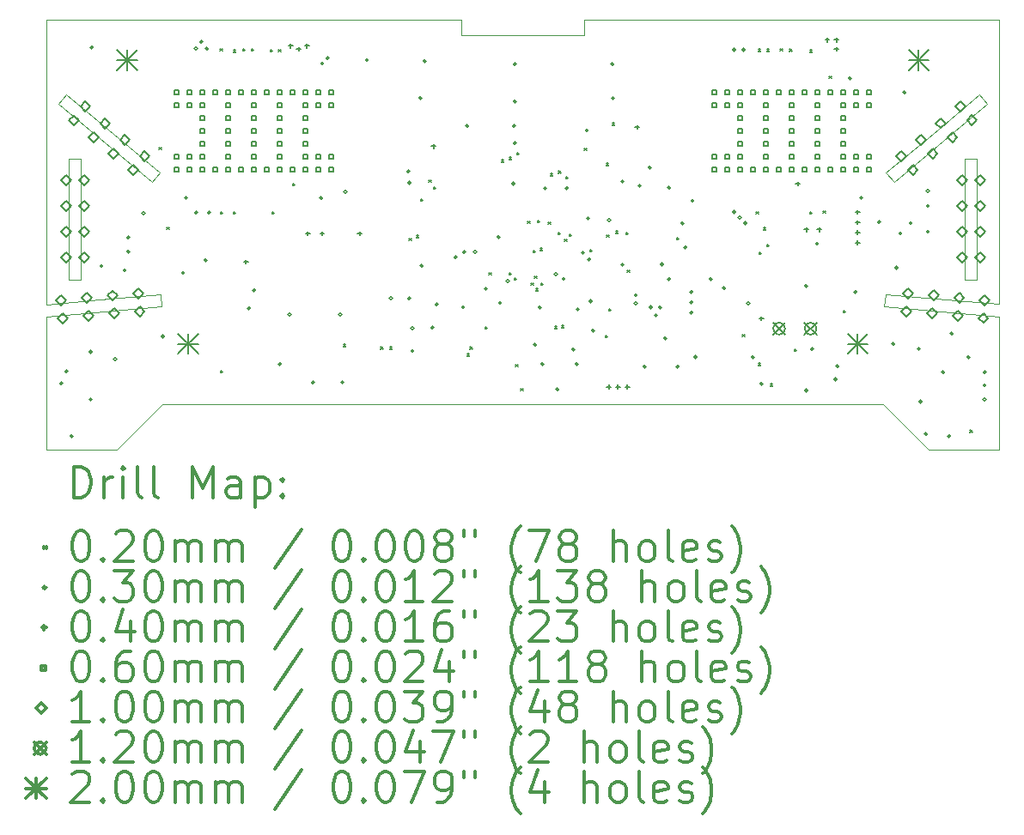
<source format=gbr>
%FSLAX45Y45*%
G04 Gerber Fmt 4.5, Leading zero omitted, Abs format (unit mm)*
G04 Created by KiCad (PCBNEW 4.0.7-e2-6376~58~ubuntu16.04.1) date Sun Apr 22 15:37:17 2018*
%MOMM*%
%LPD*%
G01*
G04 APERTURE LIST*
%ADD10C,0.127000*%
%ADD11C,0.100000*%
%ADD12C,0.200000*%
%ADD13C,0.300000*%
G04 APERTURE END LIST*
D10*
D11*
X9055000Y2280000D02*
X9055000Y2880000D01*
X9055000Y1680000D02*
X9055000Y2280000D01*
X9175000Y1680000D02*
X9055000Y1680000D01*
X9175000Y2880000D02*
X9175000Y1680000D01*
X9055000Y2880000D02*
X9175000Y2880000D01*
X661567Y3121960D02*
X1121190Y2736290D01*
X201941Y3507640D02*
X661567Y3121960D01*
X124806Y3415710D02*
X201941Y3507640D01*
X1044060Y2644360D02*
X124806Y3415710D01*
X1121190Y2736290D02*
X1044060Y2644360D01*
X345000Y2880000D02*
X345000Y2280000D01*
X225000Y2880000D02*
X345000Y2880000D01*
X225000Y1680000D02*
X225000Y2880000D01*
X345000Y1680000D02*
X225000Y1680000D01*
X345000Y2280000D02*
X345000Y1680000D01*
X8702680Y6459D02*
X9393540Y6459D01*
X8252680Y456459D02*
X8702680Y6459D01*
X1147320Y456459D02*
X8252680Y456459D01*
X697324Y6459D02*
X1147320Y456459D01*
X6459Y6459D02*
X697324Y6459D01*
X6459Y1319525D02*
X6459Y6459D01*
X1137950Y1418520D02*
X6459Y1319525D01*
X1127490Y1538070D02*
X1137950Y1418520D01*
X529771Y1485770D02*
X1127490Y1538070D01*
X6459Y1439989D02*
X529771Y1485770D01*
X6459Y4243540D02*
X6459Y1439989D01*
X4093540Y4243540D02*
X6459Y4243540D01*
X4093540Y4093540D02*
X4093540Y4243540D01*
X5306460Y4093540D02*
X4093540Y4093540D01*
X5306460Y4243540D02*
X5306460Y4093540D01*
X9393540Y4243540D02*
X5306460Y4243540D01*
X9393540Y1440990D02*
X9393540Y4243540D01*
X8870230Y1486770D02*
X9393540Y1440990D01*
X8272510Y1539070D02*
X8870230Y1486770D01*
X8262050Y1419520D02*
X8272510Y1539070D01*
X9393540Y1320525D02*
X8262050Y1419520D01*
X9393540Y6459D02*
X9393540Y1320525D01*
X9198060Y3508640D02*
X9275190Y3416710D01*
X8738430Y3122960D02*
X9198060Y3508640D01*
X8278810Y2737290D02*
X8738430Y3122960D01*
X8355940Y2645360D02*
X8278810Y2737290D01*
X9275190Y3416710D02*
X8355940Y2645360D01*
D12*
X1115000Y2985000D02*
X1135000Y2965000D01*
X1135000Y2985000D02*
X1115000Y2965000D01*
X1190000Y2200000D02*
X1210000Y2180000D01*
X1210000Y2200000D02*
X1190000Y2180000D01*
X1715000Y3960001D02*
X1735000Y3940001D01*
X1735000Y3960001D02*
X1715000Y3940001D01*
X1720000Y2350000D02*
X1740000Y2330000D01*
X1740000Y2350000D02*
X1720000Y2330000D01*
X1720000Y785000D02*
X1740000Y765000D01*
X1740000Y785000D02*
X1720000Y765000D01*
X1850000Y3950000D02*
X1870000Y3930000D01*
X1870000Y3950000D02*
X1850000Y3930000D01*
X1850000Y2350000D02*
X1870000Y2330000D01*
X1870000Y2350000D02*
X1850000Y2330000D01*
X1940000Y3960000D02*
X1960000Y3940000D01*
X1960000Y3960000D02*
X1940000Y3940000D01*
X2022762Y3959983D02*
X2042762Y3939983D01*
X2042762Y3959983D02*
X2022762Y3939983D01*
X2210000Y3952283D02*
X2230000Y3932283D01*
X2230000Y3952283D02*
X2210000Y3932283D01*
X2230000Y2350000D02*
X2250000Y2330000D01*
X2250000Y2350000D02*
X2230000Y2330000D01*
X2292698Y3950685D02*
X2312698Y3930685D01*
X2312698Y3950685D02*
X2292698Y3930685D01*
X2430001Y2630000D02*
X2450001Y2610000D01*
X2450001Y2630000D02*
X2430001Y2610000D01*
X2930000Y1045000D02*
X2950000Y1025000D01*
X2950000Y1045000D02*
X2930000Y1025000D01*
X3300000Y1020000D02*
X3320000Y1000000D01*
X3320000Y1020000D02*
X3300000Y1000000D01*
X3390000Y1020000D02*
X3410000Y1000000D01*
X3410000Y1020000D02*
X3390000Y1000000D01*
X3580000Y2090000D02*
X3600000Y2070000D01*
X3600000Y2090000D02*
X3580000Y2070000D01*
X3650000Y2120000D02*
X3670000Y2100000D01*
X3670000Y2120000D02*
X3650000Y2100000D01*
X3691030Y2476860D02*
X3711030Y2456860D01*
X3711030Y2476860D02*
X3691030Y2456860D01*
X3773990Y2665700D02*
X3793990Y2645700D01*
X3793990Y2665700D02*
X3773990Y2645700D01*
X3817530Y2597200D02*
X3837530Y2577200D01*
X3837530Y2597200D02*
X3817530Y2577200D01*
X4150000Y950000D02*
X4170000Y930000D01*
X4170000Y950000D02*
X4150000Y930000D01*
X4180000Y1020000D02*
X4200000Y1000000D01*
X4200000Y1020000D02*
X4180000Y1000000D01*
X4330000Y1220000D02*
X4350000Y1200000D01*
X4350000Y1220000D02*
X4330000Y1200000D01*
X4367060Y1754050D02*
X4387060Y1734050D01*
X4387060Y1754050D02*
X4367060Y1734050D01*
X4490720Y2863500D02*
X4510720Y2843500D01*
X4510720Y2863500D02*
X4490720Y2843500D01*
X4563760Y2889201D02*
X4583760Y2869201D01*
X4583760Y2889201D02*
X4563760Y2869201D01*
X4565000Y1753780D02*
X4585000Y1733780D01*
X4585000Y1753780D02*
X4565000Y1733780D01*
X4615000Y1699580D02*
X4635000Y1679580D01*
X4635000Y1699580D02*
X4615000Y1679580D01*
X4630000Y845000D02*
X4650000Y825000D01*
X4650000Y845000D02*
X4630000Y825000D01*
X4642658Y2938402D02*
X4662658Y2918402D01*
X4662658Y2938402D02*
X4642658Y2918402D01*
X4680000Y610000D02*
X4700000Y590000D01*
X4700000Y610000D02*
X4680000Y590000D01*
X4748100Y2261600D02*
X4768100Y2241600D01*
X4768100Y2261600D02*
X4748100Y2241600D01*
X4780000Y1650000D02*
X4800000Y1630000D01*
X4800000Y1650000D02*
X4780000Y1630000D01*
X4803627Y1970372D02*
X4823627Y1950372D01*
X4823627Y1970372D02*
X4803627Y1950372D01*
X4815000Y1720000D02*
X4835000Y1700000D01*
X4835000Y1720000D02*
X4815000Y1700000D01*
X4830000Y1595000D02*
X4850000Y1575000D01*
X4850000Y1595000D02*
X4830000Y1575000D01*
X4847170Y2266160D02*
X4867170Y2246160D01*
X4867170Y2266160D02*
X4847170Y2246160D01*
X4872643Y1993226D02*
X4892643Y1973226D01*
X4892643Y1993226D02*
X4872643Y1973226D01*
X4880000Y1650000D02*
X4900000Y1630000D01*
X4900000Y1650000D02*
X4880000Y1630000D01*
X4949570Y2251230D02*
X4969570Y2231230D01*
X4969570Y2251230D02*
X4949570Y2231230D01*
X4969920Y2729397D02*
X4989920Y2709397D01*
X4989920Y2729397D02*
X4969920Y2709397D01*
X5011480Y1221080D02*
X5031480Y1201080D01*
X5031480Y1221080D02*
X5011480Y1201080D01*
X5050001Y2150000D02*
X5070001Y2130000D01*
X5070001Y2150000D02*
X5050001Y2130000D01*
X5052910Y2755098D02*
X5072910Y2735098D01*
X5072910Y2755098D02*
X5052910Y2735098D01*
X5084172Y1231415D02*
X5104172Y1211415D01*
X5104172Y1231415D02*
X5084172Y1211415D01*
X5110000Y2080000D02*
X5130000Y2060000D01*
X5130000Y2080000D02*
X5110000Y2060000D01*
X5124050Y2698510D02*
X5144050Y2678510D01*
X5144050Y2698510D02*
X5124050Y2678510D01*
X5157845Y2134738D02*
X5177845Y2114738D01*
X5177845Y2134738D02*
X5157845Y2114738D01*
X5305000Y2977500D02*
X5325000Y2957500D01*
X5325000Y2977500D02*
X5305000Y2957500D01*
X5360000Y1977500D02*
X5380000Y1957500D01*
X5380000Y1977500D02*
X5360000Y1957500D01*
X5515000Y1135000D02*
X5535000Y1115000D01*
X5535000Y1135000D02*
X5515000Y1115000D01*
X5520000Y2830000D02*
X5540000Y2810000D01*
X5540000Y2830000D02*
X5520000Y2810000D01*
X5527230Y2123630D02*
X5547230Y2103630D01*
X5547230Y2123630D02*
X5527230Y2103630D01*
X5545000Y1395000D02*
X5565000Y1375000D01*
X5565000Y1395000D02*
X5545000Y1375000D01*
X5580000Y3230000D02*
X5600000Y3210000D01*
X5600000Y3230000D02*
X5580000Y3210000D01*
X5617499Y2162315D02*
X5637499Y2142315D01*
X5637499Y2162315D02*
X5617499Y2142315D01*
X5715901Y2151170D02*
X5735901Y2131170D01*
X5735901Y2151170D02*
X5715901Y2131170D01*
X5728570Y1778486D02*
X5748570Y1758486D01*
X5748570Y1778486D02*
X5728570Y1758486D01*
X6216970Y2100520D02*
X6236970Y2080520D01*
X6236970Y2100520D02*
X6216970Y2080520D01*
X6865000Y1142704D02*
X6885000Y1122704D01*
X6885000Y1142704D02*
X6865000Y1122704D01*
X7000000Y2355000D02*
X7020000Y2335000D01*
X7020000Y2355000D02*
X7000000Y2335000D01*
X7020000Y3957499D02*
X7040000Y3937499D01*
X7040000Y3957499D02*
X7020000Y3937499D01*
X7021430Y858000D02*
X7041430Y838000D01*
X7041430Y858000D02*
X7021430Y838000D01*
X7028174Y1953073D02*
X7048174Y1933073D01*
X7048174Y1953073D02*
X7028174Y1933073D01*
X7070000Y2195000D02*
X7090000Y2175000D01*
X7090000Y2195000D02*
X7070000Y2175000D01*
X7105137Y2030036D02*
X7125137Y2010036D01*
X7125137Y2030036D02*
X7105137Y2010036D01*
X7105710Y3958290D02*
X7125710Y3938290D01*
X7125710Y3958290D02*
X7105710Y3938290D01*
X7140830Y656260D02*
X7160830Y636260D01*
X7160830Y656260D02*
X7140830Y636260D01*
X7237299Y3960000D02*
X7257299Y3940000D01*
X7257299Y3960000D02*
X7237299Y3940000D01*
X7328814Y3957925D02*
X7348814Y3937925D01*
X7348814Y3957925D02*
X7328814Y3937925D01*
X7374760Y996340D02*
X7394760Y976340D01*
X7394760Y996340D02*
X7374760Y976340D01*
X7530000Y3950000D02*
X7550000Y3930000D01*
X7550000Y3950000D02*
X7530000Y3930000D01*
X7530000Y2355000D02*
X7550000Y2335000D01*
X7550000Y2355000D02*
X7530000Y2335000D01*
X7660000Y2360000D02*
X7680000Y2340000D01*
X7680000Y2360000D02*
X7660000Y2340000D01*
X7718860Y3690910D02*
X7738860Y3670910D01*
X7738860Y3690910D02*
X7718860Y3670910D01*
X7860000Y1380000D02*
X7880000Y1360000D01*
X7880000Y1380000D02*
X7860000Y1360000D01*
X9107550Y198100D02*
X9127550Y178100D01*
X9127550Y198100D02*
X9107550Y178100D01*
X165000Y660000D02*
G75*
G03X165000Y660000I-15000J0D01*
G01*
X215000Y780000D02*
G75*
G03X215000Y780000I-15000J0D01*
G01*
X265000Y140000D02*
G75*
G03X265000Y140000I-15000J0D01*
G01*
X455000Y970000D02*
G75*
G03X455000Y970000I-15000J0D01*
G01*
X455000Y500000D02*
G75*
G03X455000Y500000I-15000J0D01*
G01*
X465000Y3975000D02*
G75*
G03X465000Y3975000I-15000J0D01*
G01*
X559454Y1817701D02*
G75*
G03X559454Y1817701I-15000J0D01*
G01*
X695000Y900000D02*
G75*
G03X695000Y900000I-15000J0D01*
G01*
X790000Y1775001D02*
G75*
G03X790000Y1775001I-15000J0D01*
G01*
X825000Y1960000D02*
G75*
G03X825000Y1960000I-15000J0D01*
G01*
X825001Y2100000D02*
G75*
G03X825001Y2100000I-15000J0D01*
G01*
X975000Y2340000D02*
G75*
G03X975000Y2340000I-15000J0D01*
G01*
X1165000Y1125000D02*
G75*
G03X1165000Y1125000I-15000J0D01*
G01*
X1365000Y1750000D02*
G75*
G03X1365000Y1750000I-15000J0D01*
G01*
X1395000Y2490000D02*
G75*
G03X1395000Y2490000I-15000J0D01*
G01*
X1492024Y3962976D02*
G75*
G03X1492024Y3962976I-15000J0D01*
G01*
X1495000Y2345000D02*
G75*
G03X1495000Y2345000I-15000J0D01*
G01*
X1545000Y4030000D02*
G75*
G03X1545000Y4030000I-15000J0D01*
G01*
X1585000Y1875000D02*
G75*
G03X1585000Y1875000I-15000J0D01*
G01*
X1598021Y3962570D02*
G75*
G03X1598021Y3962570I-15000J0D01*
G01*
X1620000Y2345000D02*
G75*
G03X1620000Y2345000I-15000J0D01*
G01*
X2015000Y1400000D02*
G75*
G03X2015000Y1400000I-15000J0D01*
G01*
X2065000Y1580000D02*
G75*
G03X2065000Y1580000I-15000J0D01*
G01*
X2320000Y850000D02*
G75*
G03X2320000Y850000I-15000J0D01*
G01*
X2415000Y1340000D02*
G75*
G03X2415000Y1340000I-15000J0D01*
G01*
X2645000Y670000D02*
G75*
G03X2645000Y670000I-15000J0D01*
G01*
X2725000Y2490000D02*
G75*
G03X2725000Y2490000I-15000J0D01*
G01*
X2735000Y3815000D02*
G75*
G03X2735000Y3815000I-15000J0D01*
G01*
X2790000Y3870000D02*
G75*
G03X2790000Y3870000I-15000J0D01*
G01*
X2915000Y1340000D02*
G75*
G03X2915000Y1340000I-15000J0D01*
G01*
X2935000Y670000D02*
G75*
G03X2935000Y670000I-15000J0D01*
G01*
X2965000Y2550000D02*
G75*
G03X2965000Y2550000I-15000J0D01*
G01*
X3175000Y3850000D02*
G75*
G03X3175000Y3850000I-15000J0D01*
G01*
X3415000Y1500000D02*
G75*
G03X3415000Y1500000I-15000J0D01*
G01*
X3585000Y2750000D02*
G75*
G03X3585000Y2750000I-15000J0D01*
G01*
X3595000Y2640000D02*
G75*
G03X3595000Y2640000I-15000J0D01*
G01*
X3595000Y1498000D02*
G75*
G03X3595000Y1498000I-15000J0D01*
G01*
X3625000Y1205000D02*
G75*
G03X3625000Y1205000I-15000J0D01*
G01*
X3625000Y980000D02*
G75*
G03X3625000Y980000I-15000J0D01*
G01*
X3705000Y3474798D02*
G75*
G03X3705000Y3474798I-15000J0D01*
G01*
X3715000Y1820000D02*
G75*
G03X3715000Y1820000I-15000J0D01*
G01*
X3745000Y3840000D02*
G75*
G03X3745000Y3840000I-15000J0D01*
G01*
X3820000Y1210000D02*
G75*
G03X3820000Y1210000I-15000J0D01*
G01*
X3865000Y1440000D02*
G75*
G03X3865000Y1440000I-15000J0D01*
G01*
X4050955Y1905816D02*
G75*
G03X4050955Y1905816I-15000J0D01*
G01*
X4125001Y1410000D02*
G75*
G03X4125001Y1410000I-15000J0D01*
G01*
X4135000Y1956829D02*
G75*
G03X4135000Y1956829I-15000J0D01*
G01*
X4165000Y3200000D02*
G75*
G03X4165000Y3200000I-15000J0D01*
G01*
X4244540Y1956829D02*
G75*
G03X4244540Y1956829I-15000J0D01*
G01*
X4347911Y1592911D02*
G75*
G03X4347911Y1592911I-15000J0D01*
G01*
X4473739Y2103292D02*
G75*
G03X4473739Y2103292I-15000J0D01*
G01*
X4487911Y1452911D02*
G75*
G03X4487911Y1452911I-15000J0D01*
G01*
X4564626Y1670015D02*
G75*
G03X4564626Y1670015I-15000J0D01*
G01*
X4620000Y2630000D02*
G75*
G03X4620000Y2630000I-15000J0D01*
G01*
X4625000Y3200000D02*
G75*
G03X4625000Y3200000I-15000J0D01*
G01*
X4635000Y3810000D02*
G75*
G03X4635000Y3810000I-15000J0D01*
G01*
X4635000Y3440000D02*
G75*
G03X4635000Y3440000I-15000J0D01*
G01*
X4635000Y3030000D02*
G75*
G03X4635000Y3030000I-15000J0D01*
G01*
X4835000Y1040000D02*
G75*
G03X4835000Y1040000I-15000J0D01*
G01*
X4880000Y1410000D02*
G75*
G03X4880000Y1410000I-15000J0D01*
G01*
X4905000Y850000D02*
G75*
G03X4905000Y850000I-15000J0D01*
G01*
X4932500Y2585000D02*
G75*
G03X4932500Y2585000I-15000J0D01*
G01*
X5041062Y1737419D02*
G75*
G03X5041062Y1737419I-15000J0D01*
G01*
X5055000Y600000D02*
G75*
G03X5055000Y600000I-15000J0D01*
G01*
X5115000Y1690000D02*
G75*
G03X5115000Y1690000I-15000J0D01*
G01*
X5147500Y2587500D02*
G75*
G03X5147500Y2587500I-15000J0D01*
G01*
X5210000Y995000D02*
G75*
G03X5210000Y995000I-15000J0D01*
G01*
X5245000Y850000D02*
G75*
G03X5245000Y850000I-15000J0D01*
G01*
X5255000Y1390000D02*
G75*
G03X5255000Y1390000I-15000J0D01*
G01*
X5305001Y1950000D02*
G75*
G03X5305001Y1950000I-15000J0D01*
G01*
X5345000Y3155090D02*
G75*
G03X5345000Y3155090I-15000J0D01*
G01*
X5355000Y2287500D02*
G75*
G03X5355000Y2287500I-15000J0D01*
G01*
X5366607Y1883326D02*
G75*
G03X5366607Y1883326I-15000J0D01*
G01*
X5382000Y1470000D02*
G75*
G03X5382000Y1470000I-15000J0D01*
G01*
X5405000Y1180000D02*
G75*
G03X5405000Y1180000I-15000J0D01*
G01*
X5563575Y2269840D02*
G75*
G03X5563575Y2269840I-15000J0D01*
G01*
X5595000Y3810000D02*
G75*
G03X5595000Y3810000I-15000J0D01*
G01*
X5601623Y3473377D02*
G75*
G03X5601623Y3473377I-15000J0D01*
G01*
X5695000Y2650040D02*
G75*
G03X5695000Y2650040I-15000J0D01*
G01*
X5695000Y1830002D02*
G75*
G03X5695000Y1830002I-15000J0D01*
G01*
X5825000Y1529998D02*
G75*
G03X5825000Y1529998I-15000J0D01*
G01*
X5825000Y1450000D02*
G75*
G03X5825000Y1450000I-15000J0D01*
G01*
X5865000Y2610000D02*
G75*
G03X5865000Y2610000I-15000J0D01*
G01*
X5915000Y825000D02*
G75*
G03X5915000Y825000I-15000J0D01*
G01*
X5965000Y2790150D02*
G75*
G03X5965000Y2790150I-15000J0D01*
G01*
X5975000Y1410000D02*
G75*
G03X5975000Y1410000I-15000J0D01*
G01*
X6025000Y1330000D02*
G75*
G03X6025000Y1330000I-15000J0D01*
G01*
X6065000Y1410000D02*
G75*
G03X6065000Y1410000I-15000J0D01*
G01*
X6083568Y1834501D02*
G75*
G03X6083568Y1834501I-15000J0D01*
G01*
X6115000Y1104397D02*
G75*
G03X6115000Y1104397I-15000J0D01*
G01*
X6155000Y2589999D02*
G75*
G03X6155000Y2589999I-15000J0D01*
G01*
X6155000Y1690000D02*
G75*
G03X6155000Y1690000I-15000J0D01*
G01*
X6240000Y825000D02*
G75*
G03X6240000Y825000I-15000J0D01*
G01*
X6284998Y2240000D02*
G75*
G03X6284998Y2240000I-15000J0D01*
G01*
X6315000Y2000000D02*
G75*
G03X6315000Y2000000I-15000J0D01*
G01*
X6375000Y1560000D02*
G75*
G03X6375000Y1560000I-15000J0D01*
G01*
X6375000Y1460000D02*
G75*
G03X6375000Y1460000I-15000J0D01*
G01*
X6375000Y1360000D02*
G75*
G03X6375000Y1360000I-15000J0D01*
G01*
X6385000Y2460000D02*
G75*
G03X6385000Y2460000I-15000J0D01*
G01*
X6415000Y920000D02*
G75*
G03X6415000Y920000I-15000J0D01*
G01*
X6565000Y1690000D02*
G75*
G03X6565000Y1690000I-15000J0D01*
G01*
X6695000Y1600000D02*
G75*
G03X6695000Y1600000I-15000J0D01*
G01*
X6795000Y2350000D02*
G75*
G03X6795000Y2350000I-15000J0D01*
G01*
X6795000Y3950000D02*
G75*
G03X6795000Y3950000I-15000J0D01*
G01*
X6850000Y2295000D02*
G75*
G03X6850000Y2295000I-15000J0D01*
G01*
X6890000Y3950000D02*
G75*
G03X6890000Y3950000I-15000J0D01*
G01*
X6904999Y2240000D02*
G75*
G03X6904999Y2240000I-15000J0D01*
G01*
X6935000Y1450000D02*
G75*
G03X6935000Y1450000I-15000J0D01*
G01*
X6980030Y918054D02*
G75*
G03X6980030Y918054I-15000J0D01*
G01*
X7064984Y656040D02*
G75*
G03X7064984Y656040I-15000J0D01*
G01*
X7505000Y1620000D02*
G75*
G03X7505000Y1620000I-15000J0D01*
G01*
X7505000Y590000D02*
G75*
G03X7505000Y590000I-15000J0D01*
G01*
X7565000Y1000000D02*
G75*
G03X7565000Y1000000I-15000J0D01*
G01*
X7613905Y2037304D02*
G75*
G03X7613905Y2037304I-15000J0D01*
G01*
X7795000Y700000D02*
G75*
G03X7795000Y700000I-15000J0D01*
G01*
X7815000Y828450D02*
G75*
G03X7815000Y828450I-15000J0D01*
G01*
X7935000Y3670000D02*
G75*
G03X7935000Y3670000I-15000J0D01*
G01*
X7990500Y1561463D02*
G75*
G03X7990500Y1561463I-15000J0D01*
G01*
X8050000Y2490000D02*
G75*
G03X8050000Y2490000I-15000J0D01*
G01*
X8225000Y2250000D02*
G75*
G03X8225000Y2250000I-15000J0D01*
G01*
X8365000Y1050000D02*
G75*
G03X8365000Y1050000I-15000J0D01*
G01*
X8395000Y1800000D02*
G75*
G03X8395000Y1800000I-15000J0D01*
G01*
X8435000Y2140000D02*
G75*
G03X8435000Y2140000I-15000J0D01*
G01*
X8475000Y3530000D02*
G75*
G03X8475000Y3530000I-15000J0D01*
G01*
X8535000Y2240000D02*
G75*
G03X8535000Y2240000I-15000J0D01*
G01*
X8615000Y1000000D02*
G75*
G03X8615000Y1000000I-15000J0D01*
G01*
X8635000Y480000D02*
G75*
G03X8635000Y480000I-15000J0D01*
G01*
X8685000Y160000D02*
G75*
G03X8685000Y160000I-15000J0D01*
G01*
X8705000Y2560000D02*
G75*
G03X8705000Y2560000I-15000J0D01*
G01*
X8705000Y2410000D02*
G75*
G03X8705000Y2410000I-15000J0D01*
G01*
X8705000Y2155000D02*
G75*
G03X8705000Y2155000I-15000J0D01*
G01*
X8855000Y770000D02*
G75*
G03X8855000Y770000I-15000J0D01*
G01*
X8915000Y140000D02*
G75*
G03X8915000Y140000I-15000J0D01*
G01*
X8940000Y1150000D02*
G75*
G03X8940000Y1150000I-15000J0D01*
G01*
X9105000Y920000D02*
G75*
G03X9105000Y920000I-15000J0D01*
G01*
X9265000Y770000D02*
G75*
G03X9265000Y770000I-15000J0D01*
G01*
X9265000Y640000D02*
G75*
G03X9265000Y640000I-15000J0D01*
G01*
X9265000Y500000D02*
G75*
G03X9265000Y500000I-15000J0D01*
G01*
X1970000Y1880000D02*
X1970000Y1840000D01*
X1950000Y1860000D02*
X1990000Y1860000D01*
X2410000Y4010000D02*
X2410000Y3970000D01*
X2390000Y3990000D02*
X2430000Y3990000D01*
X2490000Y3980000D02*
X2490000Y3940000D01*
X2470000Y3960000D02*
X2510000Y3960000D01*
X2569998Y4010000D02*
X2569998Y3970000D01*
X2549998Y3990000D02*
X2589998Y3990000D01*
X2580000Y2160000D02*
X2580000Y2120000D01*
X2560000Y2140000D02*
X2600000Y2140000D01*
X2719999Y2160000D02*
X2719999Y2120000D01*
X2699999Y2140000D02*
X2739999Y2140000D01*
X3092180Y2160000D02*
X3092180Y2120000D01*
X3072180Y2140000D02*
X3112180Y2140000D01*
X3820000Y3020000D02*
X3820000Y2980000D01*
X3800000Y3000000D02*
X3840000Y3000000D01*
X5545000Y645000D02*
X5545000Y605000D01*
X5525000Y625000D02*
X5565000Y625000D01*
X5637500Y645000D02*
X5637500Y605000D01*
X5617500Y625000D02*
X5657500Y625000D01*
X5730000Y645000D02*
X5730000Y605000D01*
X5710000Y625000D02*
X5750000Y625000D01*
X5825000Y3210000D02*
X5825000Y3170000D01*
X5805000Y3190000D02*
X5845000Y3190000D01*
X7050000Y1320000D02*
X7050000Y1280000D01*
X7030000Y1300000D02*
X7070000Y1300000D01*
X7410000Y2650000D02*
X7410000Y2610000D01*
X7390000Y2630000D02*
X7430000Y2630000D01*
X7493431Y2200000D02*
X7493431Y2160000D01*
X7473431Y2180000D02*
X7513431Y2180000D01*
X7620000Y2200000D02*
X7620000Y2160000D01*
X7600000Y2180000D02*
X7640000Y2180000D01*
X7700000Y4070000D02*
X7700000Y4030000D01*
X7680000Y4050000D02*
X7720000Y4050000D01*
X7790000Y3980000D02*
X7790000Y3940000D01*
X7770000Y3960000D02*
X7810000Y3960000D01*
X7790000Y4070000D02*
X7790000Y4030000D01*
X7770000Y4050000D02*
X7810000Y4050000D01*
X8000000Y2370000D02*
X8000000Y2330000D01*
X7980000Y2350000D02*
X8020000Y2350000D01*
X8000000Y2270000D02*
X8000000Y2230000D01*
X7980000Y2250000D02*
X8020000Y2250000D01*
X8000000Y2170000D02*
X8000000Y2130000D01*
X7980000Y2150000D02*
X8020000Y2150000D01*
X8000000Y2070000D02*
X8000000Y2030000D01*
X7980000Y2050000D02*
X8020000Y2050000D01*
X1309213Y3509787D02*
X1309213Y3552213D01*
X1266787Y3552213D01*
X1266787Y3509787D01*
X1309213Y3509787D01*
X1309213Y3382787D02*
X1309213Y3425213D01*
X1266787Y3425213D01*
X1266787Y3382787D01*
X1309213Y3382787D01*
X1309213Y2874787D02*
X1309213Y2917213D01*
X1266787Y2917213D01*
X1266787Y2874787D01*
X1309213Y2874787D01*
X1309213Y2747787D02*
X1309213Y2790213D01*
X1266787Y2790213D01*
X1266787Y2747787D01*
X1309213Y2747787D01*
X1436213Y3509787D02*
X1436213Y3552213D01*
X1393787Y3552213D01*
X1393787Y3509787D01*
X1436213Y3509787D01*
X1436213Y3382787D02*
X1436213Y3425213D01*
X1393787Y3425213D01*
X1393787Y3382787D01*
X1436213Y3382787D01*
X1436213Y2874787D02*
X1436213Y2917213D01*
X1393787Y2917213D01*
X1393787Y2874787D01*
X1436213Y2874787D01*
X1436213Y2747787D02*
X1436213Y2790213D01*
X1393787Y2790213D01*
X1393787Y2747787D01*
X1436213Y2747787D01*
X1563213Y3509787D02*
X1563213Y3552213D01*
X1520787Y3552213D01*
X1520787Y3509787D01*
X1563213Y3509787D01*
X1563213Y3382787D02*
X1563213Y3425213D01*
X1520787Y3425213D01*
X1520787Y3382787D01*
X1563213Y3382787D01*
X1563213Y3255787D02*
X1563213Y3298213D01*
X1520787Y3298213D01*
X1520787Y3255787D01*
X1563213Y3255787D01*
X1563213Y3128787D02*
X1563213Y3171213D01*
X1520787Y3171213D01*
X1520787Y3128787D01*
X1563213Y3128787D01*
X1563213Y3001787D02*
X1563213Y3044213D01*
X1520787Y3044213D01*
X1520787Y3001787D01*
X1563213Y3001787D01*
X1563213Y2874787D02*
X1563213Y2917213D01*
X1520787Y2917213D01*
X1520787Y2874787D01*
X1563213Y2874787D01*
X1563213Y2747787D02*
X1563213Y2790213D01*
X1520787Y2790213D01*
X1520787Y2747787D01*
X1563213Y2747787D01*
X1690213Y3509787D02*
X1690213Y3552213D01*
X1647787Y3552213D01*
X1647787Y3509787D01*
X1690213Y3509787D01*
X1690213Y2747787D02*
X1690213Y2790213D01*
X1647787Y2790213D01*
X1647787Y2747787D01*
X1690213Y2747787D01*
X1817213Y3509787D02*
X1817213Y3552213D01*
X1774787Y3552213D01*
X1774787Y3509787D01*
X1817213Y3509787D01*
X1817213Y3382787D02*
X1817213Y3425213D01*
X1774787Y3425213D01*
X1774787Y3382787D01*
X1817213Y3382787D01*
X1817213Y3255787D02*
X1817213Y3298213D01*
X1774787Y3298213D01*
X1774787Y3255787D01*
X1817213Y3255787D01*
X1817213Y3128787D02*
X1817213Y3171213D01*
X1774787Y3171213D01*
X1774787Y3128787D01*
X1817213Y3128787D01*
X1817213Y3001787D02*
X1817213Y3044213D01*
X1774787Y3044213D01*
X1774787Y3001787D01*
X1817213Y3001787D01*
X1817213Y2874787D02*
X1817213Y2917213D01*
X1774787Y2917213D01*
X1774787Y2874787D01*
X1817213Y2874787D01*
X1817213Y2747787D02*
X1817213Y2790213D01*
X1774787Y2790213D01*
X1774787Y2747787D01*
X1817213Y2747787D01*
X1944213Y3509787D02*
X1944213Y3552213D01*
X1901787Y3552213D01*
X1901787Y3509787D01*
X1944213Y3509787D01*
X1944213Y2747787D02*
X1944213Y2790213D01*
X1901787Y2790213D01*
X1901787Y2747787D01*
X1944213Y2747787D01*
X2071213Y3509787D02*
X2071213Y3552213D01*
X2028787Y3552213D01*
X2028787Y3509787D01*
X2071213Y3509787D01*
X2071213Y3382787D02*
X2071213Y3425213D01*
X2028787Y3425213D01*
X2028787Y3382787D01*
X2071213Y3382787D01*
X2071213Y3255787D02*
X2071213Y3298213D01*
X2028787Y3298213D01*
X2028787Y3255787D01*
X2071213Y3255787D01*
X2071213Y3128787D02*
X2071213Y3171213D01*
X2028787Y3171213D01*
X2028787Y3128787D01*
X2071213Y3128787D01*
X2071213Y3001787D02*
X2071213Y3044213D01*
X2028787Y3044213D01*
X2028787Y3001787D01*
X2071213Y3001787D01*
X2071213Y2874787D02*
X2071213Y2917213D01*
X2028787Y2917213D01*
X2028787Y2874787D01*
X2071213Y2874787D01*
X2071213Y2747787D02*
X2071213Y2790213D01*
X2028787Y2790213D01*
X2028787Y2747787D01*
X2071213Y2747787D01*
X2198213Y3509787D02*
X2198213Y3552213D01*
X2155787Y3552213D01*
X2155787Y3509787D01*
X2198213Y3509787D01*
X2198213Y2747787D02*
X2198213Y2790213D01*
X2155787Y2790213D01*
X2155787Y2747787D01*
X2198213Y2747787D01*
X2325213Y3509787D02*
X2325213Y3552213D01*
X2282787Y3552213D01*
X2282787Y3509787D01*
X2325213Y3509787D01*
X2325213Y3382787D02*
X2325213Y3425213D01*
X2282787Y3425213D01*
X2282787Y3382787D01*
X2325213Y3382787D01*
X2325213Y3255787D02*
X2325213Y3298213D01*
X2282787Y3298213D01*
X2282787Y3255787D01*
X2325213Y3255787D01*
X2325213Y3128787D02*
X2325213Y3171213D01*
X2282787Y3171213D01*
X2282787Y3128787D01*
X2325213Y3128787D01*
X2325213Y3001787D02*
X2325213Y3044213D01*
X2282787Y3044213D01*
X2282787Y3001787D01*
X2325213Y3001787D01*
X2325213Y2874787D02*
X2325213Y2917213D01*
X2282787Y2917213D01*
X2282787Y2874787D01*
X2325213Y2874787D01*
X2325213Y2747787D02*
X2325213Y2790213D01*
X2282787Y2790213D01*
X2282787Y2747787D01*
X2325213Y2747787D01*
X2452213Y3509787D02*
X2452213Y3552213D01*
X2409787Y3552213D01*
X2409787Y3509787D01*
X2452213Y3509787D01*
X2452213Y2747787D02*
X2452213Y2790213D01*
X2409787Y2790213D01*
X2409787Y2747787D01*
X2452213Y2747787D01*
X2579213Y3509787D02*
X2579213Y3552213D01*
X2536787Y3552213D01*
X2536787Y3509787D01*
X2579213Y3509787D01*
X2579213Y3382787D02*
X2579213Y3425213D01*
X2536787Y3425213D01*
X2536787Y3382787D01*
X2579213Y3382787D01*
X2579213Y3255787D02*
X2579213Y3298213D01*
X2536787Y3298213D01*
X2536787Y3255787D01*
X2579213Y3255787D01*
X2579213Y3128787D02*
X2579213Y3171213D01*
X2536787Y3171213D01*
X2536787Y3128787D01*
X2579213Y3128787D01*
X2579213Y3001787D02*
X2579213Y3044213D01*
X2536787Y3044213D01*
X2536787Y3001787D01*
X2579213Y3001787D01*
X2579213Y2874787D02*
X2579213Y2917213D01*
X2536787Y2917213D01*
X2536787Y2874787D01*
X2579213Y2874787D01*
X2579213Y2747787D02*
X2579213Y2790213D01*
X2536787Y2790213D01*
X2536787Y2747787D01*
X2579213Y2747787D01*
X2706213Y3509787D02*
X2706213Y3552213D01*
X2663787Y3552213D01*
X2663787Y3509787D01*
X2706213Y3509787D01*
X2706213Y3382787D02*
X2706213Y3425213D01*
X2663787Y3425213D01*
X2663787Y3382787D01*
X2706213Y3382787D01*
X2706213Y2874787D02*
X2706213Y2917213D01*
X2663787Y2917213D01*
X2663787Y2874787D01*
X2706213Y2874787D01*
X2706213Y2747787D02*
X2706213Y2790213D01*
X2663787Y2790213D01*
X2663787Y2747787D01*
X2706213Y2747787D01*
X2833213Y3509787D02*
X2833213Y3552213D01*
X2790787Y3552213D01*
X2790787Y3509787D01*
X2833213Y3509787D01*
X2833213Y3382787D02*
X2833213Y3425213D01*
X2790787Y3425213D01*
X2790787Y3382787D01*
X2833213Y3382787D01*
X2833213Y2874787D02*
X2833213Y2917213D01*
X2790787Y2917213D01*
X2790787Y2874787D01*
X2833213Y2874787D01*
X2833213Y2747787D02*
X2833213Y2790213D01*
X2790787Y2790213D01*
X2790787Y2747787D01*
X2833213Y2747787D01*
X6609213Y3509787D02*
X6609213Y3552213D01*
X6566787Y3552213D01*
X6566787Y3509787D01*
X6609213Y3509787D01*
X6609213Y3382787D02*
X6609213Y3425213D01*
X6566787Y3425213D01*
X6566787Y3382787D01*
X6609213Y3382787D01*
X6609213Y2874787D02*
X6609213Y2917213D01*
X6566787Y2917213D01*
X6566787Y2874787D01*
X6609213Y2874787D01*
X6609213Y2747787D02*
X6609213Y2790213D01*
X6566787Y2790213D01*
X6566787Y2747787D01*
X6609213Y2747787D01*
X6736213Y3509787D02*
X6736213Y3552213D01*
X6693787Y3552213D01*
X6693787Y3509787D01*
X6736213Y3509787D01*
X6736213Y3382787D02*
X6736213Y3425213D01*
X6693787Y3425213D01*
X6693787Y3382787D01*
X6736213Y3382787D01*
X6736213Y2874787D02*
X6736213Y2917213D01*
X6693787Y2917213D01*
X6693787Y2874787D01*
X6736213Y2874787D01*
X6736213Y2747787D02*
X6736213Y2790213D01*
X6693787Y2790213D01*
X6693787Y2747787D01*
X6736213Y2747787D01*
X6863213Y3509787D02*
X6863213Y3552213D01*
X6820787Y3552213D01*
X6820787Y3509787D01*
X6863213Y3509787D01*
X6863213Y3382787D02*
X6863213Y3425213D01*
X6820787Y3425213D01*
X6820787Y3382787D01*
X6863213Y3382787D01*
X6863213Y3255787D02*
X6863213Y3298213D01*
X6820787Y3298213D01*
X6820787Y3255787D01*
X6863213Y3255787D01*
X6863213Y3128787D02*
X6863213Y3171213D01*
X6820787Y3171213D01*
X6820787Y3128787D01*
X6863213Y3128787D01*
X6863213Y3001787D02*
X6863213Y3044213D01*
X6820787Y3044213D01*
X6820787Y3001787D01*
X6863213Y3001787D01*
X6863213Y2874787D02*
X6863213Y2917213D01*
X6820787Y2917213D01*
X6820787Y2874787D01*
X6863213Y2874787D01*
X6863213Y2747787D02*
X6863213Y2790213D01*
X6820787Y2790213D01*
X6820787Y2747787D01*
X6863213Y2747787D01*
X6990213Y3509787D02*
X6990213Y3552213D01*
X6947787Y3552213D01*
X6947787Y3509787D01*
X6990213Y3509787D01*
X6990213Y2747787D02*
X6990213Y2790213D01*
X6947787Y2790213D01*
X6947787Y2747787D01*
X6990213Y2747787D01*
X7117213Y3509787D02*
X7117213Y3552213D01*
X7074787Y3552213D01*
X7074787Y3509787D01*
X7117213Y3509787D01*
X7117213Y3382787D02*
X7117213Y3425213D01*
X7074787Y3425213D01*
X7074787Y3382787D01*
X7117213Y3382787D01*
X7117213Y3255787D02*
X7117213Y3298213D01*
X7074787Y3298213D01*
X7074787Y3255787D01*
X7117213Y3255787D01*
X7117213Y3128787D02*
X7117213Y3171213D01*
X7074787Y3171213D01*
X7074787Y3128787D01*
X7117213Y3128787D01*
X7117213Y3001787D02*
X7117213Y3044213D01*
X7074787Y3044213D01*
X7074787Y3001787D01*
X7117213Y3001787D01*
X7117213Y2874787D02*
X7117213Y2917213D01*
X7074787Y2917213D01*
X7074787Y2874787D01*
X7117213Y2874787D01*
X7117213Y2747787D02*
X7117213Y2790213D01*
X7074787Y2790213D01*
X7074787Y2747787D01*
X7117213Y2747787D01*
X7244213Y3509787D02*
X7244213Y3552213D01*
X7201787Y3552213D01*
X7201787Y3509787D01*
X7244213Y3509787D01*
X7244213Y2747787D02*
X7244213Y2790213D01*
X7201787Y2790213D01*
X7201787Y2747787D01*
X7244213Y2747787D01*
X7371213Y3509787D02*
X7371213Y3552213D01*
X7328787Y3552213D01*
X7328787Y3509787D01*
X7371213Y3509787D01*
X7371213Y3382787D02*
X7371213Y3425213D01*
X7328787Y3425213D01*
X7328787Y3382787D01*
X7371213Y3382787D01*
X7371213Y3255787D02*
X7371213Y3298213D01*
X7328787Y3298213D01*
X7328787Y3255787D01*
X7371213Y3255787D01*
X7371213Y3128787D02*
X7371213Y3171213D01*
X7328787Y3171213D01*
X7328787Y3128787D01*
X7371213Y3128787D01*
X7371213Y3001787D02*
X7371213Y3044213D01*
X7328787Y3044213D01*
X7328787Y3001787D01*
X7371213Y3001787D01*
X7371213Y2874787D02*
X7371213Y2917213D01*
X7328787Y2917213D01*
X7328787Y2874787D01*
X7371213Y2874787D01*
X7371213Y2747787D02*
X7371213Y2790213D01*
X7328787Y2790213D01*
X7328787Y2747787D01*
X7371213Y2747787D01*
X7498213Y3509787D02*
X7498213Y3552213D01*
X7455787Y3552213D01*
X7455787Y3509787D01*
X7498213Y3509787D01*
X7498213Y2747787D02*
X7498213Y2790213D01*
X7455787Y2790213D01*
X7455787Y2747787D01*
X7498213Y2747787D01*
X7625213Y3509787D02*
X7625213Y3552213D01*
X7582787Y3552213D01*
X7582787Y3509787D01*
X7625213Y3509787D01*
X7625213Y3382787D02*
X7625213Y3425213D01*
X7582787Y3425213D01*
X7582787Y3382787D01*
X7625213Y3382787D01*
X7625213Y3255787D02*
X7625213Y3298213D01*
X7582787Y3298213D01*
X7582787Y3255787D01*
X7625213Y3255787D01*
X7625213Y3128787D02*
X7625213Y3171213D01*
X7582787Y3171213D01*
X7582787Y3128787D01*
X7625213Y3128787D01*
X7625213Y3001787D02*
X7625213Y3044213D01*
X7582787Y3044213D01*
X7582787Y3001787D01*
X7625213Y3001787D01*
X7625213Y2874787D02*
X7625213Y2917213D01*
X7582787Y2917213D01*
X7582787Y2874787D01*
X7625213Y2874787D01*
X7625213Y2747787D02*
X7625213Y2790213D01*
X7582787Y2790213D01*
X7582787Y2747787D01*
X7625213Y2747787D01*
X7752213Y3509787D02*
X7752213Y3552213D01*
X7709787Y3552213D01*
X7709787Y3509787D01*
X7752213Y3509787D01*
X7752213Y2747787D02*
X7752213Y2790213D01*
X7709787Y2790213D01*
X7709787Y2747787D01*
X7752213Y2747787D01*
X7879213Y3509787D02*
X7879213Y3552213D01*
X7836787Y3552213D01*
X7836787Y3509787D01*
X7879213Y3509787D01*
X7879213Y3382787D02*
X7879213Y3425213D01*
X7836787Y3425213D01*
X7836787Y3382787D01*
X7879213Y3382787D01*
X7879213Y3255787D02*
X7879213Y3298213D01*
X7836787Y3298213D01*
X7836787Y3255787D01*
X7879213Y3255787D01*
X7879213Y3128787D02*
X7879213Y3171213D01*
X7836787Y3171213D01*
X7836787Y3128787D01*
X7879213Y3128787D01*
X7879213Y3001787D02*
X7879213Y3044213D01*
X7836787Y3044213D01*
X7836787Y3001787D01*
X7879213Y3001787D01*
X7879213Y2874787D02*
X7879213Y2917213D01*
X7836787Y2917213D01*
X7836787Y2874787D01*
X7879213Y2874787D01*
X7879213Y2747787D02*
X7879213Y2790213D01*
X7836787Y2790213D01*
X7836787Y2747787D01*
X7879213Y2747787D01*
X8006213Y3509787D02*
X8006213Y3552213D01*
X7963787Y3552213D01*
X7963787Y3509787D01*
X8006213Y3509787D01*
X8006213Y3382787D02*
X8006213Y3425213D01*
X7963787Y3425213D01*
X7963787Y3382787D01*
X8006213Y3382787D01*
X8006213Y2874787D02*
X8006213Y2917213D01*
X7963787Y2917213D01*
X7963787Y2874787D01*
X8006213Y2874787D01*
X8006213Y2747787D02*
X8006213Y2790213D01*
X7963787Y2790213D01*
X7963787Y2747787D01*
X8006213Y2747787D01*
X8133213Y3509787D02*
X8133213Y3552213D01*
X8090787Y3552213D01*
X8090787Y3509787D01*
X8133213Y3509787D01*
X8133213Y3382787D02*
X8133213Y3425213D01*
X8090787Y3425213D01*
X8090787Y3382787D01*
X8133213Y3382787D01*
X8133213Y2874787D02*
X8133213Y2917213D01*
X8090787Y2917213D01*
X8090787Y2874787D01*
X8133213Y2874787D01*
X8133213Y2747787D02*
X8133213Y2790213D01*
X8090787Y2790213D01*
X8090787Y2747787D01*
X8133213Y2747787D01*
X147702Y1431355D02*
X197702Y1481355D01*
X147702Y1531355D01*
X97702Y1481355D01*
X147702Y1431355D01*
X163198Y1254232D02*
X213198Y1304232D01*
X163198Y1354232D01*
X113198Y1304232D01*
X163198Y1254232D01*
X196100Y2611000D02*
X246100Y2661000D01*
X196100Y2711000D01*
X146100Y2661000D01*
X196100Y2611000D01*
X196100Y2357000D02*
X246100Y2407000D01*
X196100Y2457000D01*
X146100Y2407000D01*
X196100Y2357000D01*
X196100Y2103000D02*
X246100Y2153000D01*
X196100Y2203000D01*
X146100Y2153000D01*
X196100Y2103000D01*
X196100Y1849000D02*
X246100Y1899000D01*
X196100Y1949000D01*
X146100Y1899000D01*
X196100Y1849000D01*
X273993Y3202801D02*
X323993Y3252801D01*
X273993Y3302801D01*
X223993Y3252801D01*
X273993Y3202801D01*
X373900Y2611000D02*
X423900Y2661000D01*
X373900Y2711000D01*
X323900Y2661000D01*
X373900Y2611000D01*
X373900Y2357000D02*
X423900Y2407000D01*
X373900Y2457000D01*
X323900Y2407000D01*
X373900Y2357000D01*
X373900Y2103000D02*
X423900Y2153000D01*
X373900Y2203000D01*
X323900Y2153000D01*
X373900Y2103000D01*
X373900Y1849000D02*
X423900Y1899000D01*
X373900Y1949000D01*
X323900Y1899000D01*
X373900Y1849000D01*
X388281Y3339003D02*
X438281Y3389003D01*
X388281Y3439003D01*
X338281Y3389003D01*
X388281Y3339003D01*
X400735Y1453493D02*
X450735Y1503493D01*
X400735Y1553493D01*
X350735Y1503493D01*
X400735Y1453493D01*
X416231Y1276370D02*
X466231Y1326370D01*
X416231Y1376370D01*
X366231Y1326370D01*
X416231Y1276370D01*
X468568Y3039533D02*
X518568Y3089533D01*
X468568Y3139533D01*
X418568Y3089533D01*
X468568Y3039533D01*
X582856Y3175735D02*
X632856Y3225735D01*
X582856Y3275735D01*
X532856Y3225735D01*
X582856Y3175735D01*
X653769Y1475630D02*
X703769Y1525630D01*
X653769Y1575630D01*
X603769Y1525630D01*
X653769Y1475630D01*
X663144Y2876265D02*
X713144Y2926265D01*
X663144Y2976265D01*
X613144Y2926265D01*
X663144Y2876265D01*
X669265Y1298507D02*
X719265Y1348507D01*
X669265Y1398507D01*
X619265Y1348507D01*
X669265Y1298507D01*
X777431Y3012467D02*
X827431Y3062467D01*
X777431Y3112467D01*
X727431Y3062467D01*
X777431Y3012467D01*
X857719Y2712997D02*
X907719Y2762997D01*
X857719Y2812997D01*
X807719Y2762997D01*
X857719Y2712997D01*
X906802Y1497768D02*
X956802Y1547768D01*
X906802Y1597768D01*
X856802Y1547768D01*
X906802Y1497768D01*
X922298Y1320645D02*
X972298Y1370645D01*
X922298Y1420645D01*
X872298Y1370645D01*
X922298Y1320645D01*
X972007Y2849199D02*
X1022007Y2899199D01*
X972007Y2949199D01*
X922007Y2899199D01*
X972007Y2849199D01*
X8427993Y2850199D02*
X8477993Y2900199D01*
X8427993Y2950199D01*
X8377993Y2900199D01*
X8427993Y2850199D01*
X8477702Y1321645D02*
X8527702Y1371645D01*
X8477702Y1421645D01*
X8427702Y1371645D01*
X8477702Y1321645D01*
X8493198Y1498768D02*
X8543198Y1548768D01*
X8493198Y1598768D01*
X8443198Y1548768D01*
X8493198Y1498768D01*
X8542281Y2713997D02*
X8592281Y2763997D01*
X8542281Y2813997D01*
X8492281Y2763997D01*
X8542281Y2713997D01*
X8622569Y3013467D02*
X8672569Y3063467D01*
X8622569Y3113467D01*
X8572569Y3063467D01*
X8622569Y3013467D01*
X8730735Y1299507D02*
X8780735Y1349507D01*
X8730735Y1399507D01*
X8680735Y1349507D01*
X8730735Y1299507D01*
X8736856Y2877265D02*
X8786856Y2927265D01*
X8736856Y2977265D01*
X8686856Y2927265D01*
X8736856Y2877265D01*
X8746231Y1476630D02*
X8796231Y1526630D01*
X8746231Y1576630D01*
X8696231Y1526630D01*
X8746231Y1476630D01*
X8817144Y3176735D02*
X8867144Y3226735D01*
X8817144Y3276735D01*
X8767144Y3226735D01*
X8817144Y3176735D01*
X8931432Y3040533D02*
X8981432Y3090533D01*
X8931432Y3140533D01*
X8881432Y3090533D01*
X8931432Y3040533D01*
X8983769Y1277370D02*
X9033769Y1327370D01*
X8983769Y1377370D01*
X8933769Y1327370D01*
X8983769Y1277370D01*
X8999265Y1454493D02*
X9049265Y1504493D01*
X8999265Y1554493D01*
X8949265Y1504493D01*
X8999265Y1454493D01*
X9011719Y3340003D02*
X9061719Y3390003D01*
X9011719Y3440003D01*
X8961719Y3390003D01*
X9011719Y3340003D01*
X9026100Y2611000D02*
X9076100Y2661000D01*
X9026100Y2711000D01*
X8976100Y2661000D01*
X9026100Y2611000D01*
X9026100Y2357000D02*
X9076100Y2407000D01*
X9026100Y2457000D01*
X8976100Y2407000D01*
X9026100Y2357000D01*
X9026100Y2103000D02*
X9076100Y2153000D01*
X9026100Y2203000D01*
X8976100Y2153000D01*
X9026100Y2103000D01*
X9026100Y1849000D02*
X9076100Y1899000D01*
X9026100Y1949000D01*
X8976100Y1899000D01*
X9026100Y1849000D01*
X9126007Y3203801D02*
X9176007Y3253801D01*
X9126007Y3303801D01*
X9076007Y3253801D01*
X9126007Y3203801D01*
X9203900Y2611000D02*
X9253900Y2661000D01*
X9203900Y2711000D01*
X9153900Y2661000D01*
X9203900Y2611000D01*
X9203900Y2357000D02*
X9253900Y2407000D01*
X9203900Y2457000D01*
X9153900Y2407000D01*
X9203900Y2357000D01*
X9203900Y2103000D02*
X9253900Y2153000D01*
X9203900Y2203000D01*
X9153900Y2153000D01*
X9203900Y2103000D01*
X9203900Y1849000D02*
X9253900Y1899000D01*
X9203900Y1949000D01*
X9153900Y1899000D01*
X9203900Y1849000D01*
X9236802Y1255232D02*
X9286802Y1305232D01*
X9236802Y1355232D01*
X9186802Y1305232D01*
X9236802Y1255232D01*
X9252298Y1432355D02*
X9302298Y1482355D01*
X9252298Y1532355D01*
X9202298Y1482355D01*
X9252298Y1432355D01*
X7165000Y1260000D02*
X7285000Y1140000D01*
X7285000Y1260000D02*
X7165000Y1140000D01*
X7285000Y1200000D02*
G75*
G03X7285000Y1200000I-60000J0D01*
G01*
X7475000Y1260000D02*
X7595000Y1140000D01*
X7595000Y1260000D02*
X7475000Y1140000D01*
X7595000Y1200000D02*
G75*
G03X7595000Y1200000I-60000J0D01*
G01*
X700000Y3950000D02*
X900000Y3750000D01*
X900000Y3950000D02*
X700000Y3750000D01*
X800000Y3950000D02*
X800000Y3750000D01*
X700000Y3850000D02*
X900000Y3850000D01*
X1300000Y1150000D02*
X1500000Y950000D01*
X1500000Y1150000D02*
X1300000Y950000D01*
X1400000Y1150000D02*
X1400000Y950000D01*
X1300000Y1050000D02*
X1500000Y1050000D01*
X7900000Y1150000D02*
X8100000Y950000D01*
X8100000Y1150000D02*
X7900000Y950000D01*
X8000000Y1150000D02*
X8000000Y950000D01*
X7900000Y1050000D02*
X8100000Y1050000D01*
X8500000Y3950000D02*
X8700000Y3750000D01*
X8700000Y3950000D02*
X8500000Y3750000D01*
X8600000Y3950000D02*
X8600000Y3750000D01*
X8500000Y3850000D02*
X8700000Y3850000D01*
D13*
X272888Y-464255D02*
X272888Y-164255D01*
X344316Y-164255D01*
X387173Y-178541D01*
X415745Y-207112D01*
X430030Y-235684D01*
X444316Y-292827D01*
X444316Y-335684D01*
X430030Y-392827D01*
X415745Y-421398D01*
X387173Y-449969D01*
X344316Y-464255D01*
X272888Y-464255D01*
X572888Y-464255D02*
X572888Y-264255D01*
X572888Y-321398D02*
X587173Y-292827D01*
X601459Y-278541D01*
X630031Y-264255D01*
X658602Y-264255D01*
X758602Y-464255D02*
X758602Y-264255D01*
X758602Y-164255D02*
X744316Y-178541D01*
X758602Y-192827D01*
X772888Y-178541D01*
X758602Y-164255D01*
X758602Y-192827D01*
X944316Y-464255D02*
X915745Y-449969D01*
X901459Y-421398D01*
X901459Y-164255D01*
X1101459Y-464255D02*
X1072888Y-449969D01*
X1058602Y-421398D01*
X1058602Y-164255D01*
X1444316Y-464255D02*
X1444316Y-164255D01*
X1544316Y-378541D01*
X1644316Y-164255D01*
X1644316Y-464255D01*
X1915745Y-464255D02*
X1915745Y-307112D01*
X1901459Y-278541D01*
X1872888Y-264255D01*
X1815745Y-264255D01*
X1787173Y-278541D01*
X1915745Y-449969D02*
X1887173Y-464255D01*
X1815745Y-464255D01*
X1787173Y-449969D01*
X1772888Y-421398D01*
X1772888Y-392827D01*
X1787173Y-364255D01*
X1815745Y-349969D01*
X1887173Y-349969D01*
X1915745Y-335684D01*
X2058602Y-264255D02*
X2058602Y-564255D01*
X2058602Y-278541D02*
X2087173Y-264255D01*
X2144316Y-264255D01*
X2172888Y-278541D01*
X2187173Y-292827D01*
X2201459Y-321398D01*
X2201459Y-407112D01*
X2187173Y-435684D01*
X2172888Y-449969D01*
X2144316Y-464255D01*
X2087173Y-464255D01*
X2058602Y-449969D01*
X2330031Y-435684D02*
X2344316Y-449969D01*
X2330031Y-464255D01*
X2315745Y-449969D01*
X2330031Y-435684D01*
X2330031Y-464255D01*
X2330031Y-278541D02*
X2344316Y-292827D01*
X2330031Y-307112D01*
X2315745Y-292827D01*
X2330031Y-278541D01*
X2330031Y-307112D01*
X-18541Y-948541D02*
X1459Y-968541D01*
X1459Y-948541D02*
X-18541Y-968541D01*
X330031Y-794255D02*
X358602Y-794255D01*
X387173Y-808541D01*
X401459Y-822827D01*
X415745Y-851398D01*
X430030Y-908541D01*
X430030Y-979969D01*
X415745Y-1037112D01*
X401459Y-1065684D01*
X387173Y-1079970D01*
X358602Y-1094255D01*
X330031Y-1094255D01*
X301459Y-1079970D01*
X287173Y-1065684D01*
X272888Y-1037112D01*
X258602Y-979969D01*
X258602Y-908541D01*
X272888Y-851398D01*
X287173Y-822827D01*
X301459Y-808541D01*
X330031Y-794255D01*
X558602Y-1065684D02*
X572888Y-1079970D01*
X558602Y-1094255D01*
X544316Y-1079970D01*
X558602Y-1065684D01*
X558602Y-1094255D01*
X687173Y-822827D02*
X701459Y-808541D01*
X730030Y-794255D01*
X801459Y-794255D01*
X830030Y-808541D01*
X844316Y-822827D01*
X858602Y-851398D01*
X858602Y-879969D01*
X844316Y-922827D01*
X672888Y-1094255D01*
X858602Y-1094255D01*
X1044316Y-794255D02*
X1072888Y-794255D01*
X1101459Y-808541D01*
X1115745Y-822827D01*
X1130031Y-851398D01*
X1144316Y-908541D01*
X1144316Y-979969D01*
X1130031Y-1037112D01*
X1115745Y-1065684D01*
X1101459Y-1079970D01*
X1072888Y-1094255D01*
X1044316Y-1094255D01*
X1015745Y-1079970D01*
X1001459Y-1065684D01*
X987173Y-1037112D01*
X972888Y-979969D01*
X972888Y-908541D01*
X987173Y-851398D01*
X1001459Y-822827D01*
X1015745Y-808541D01*
X1044316Y-794255D01*
X1272888Y-1094255D02*
X1272888Y-894255D01*
X1272888Y-922827D02*
X1287173Y-908541D01*
X1315745Y-894255D01*
X1358602Y-894255D01*
X1387173Y-908541D01*
X1401459Y-937112D01*
X1401459Y-1094255D01*
X1401459Y-937112D02*
X1415745Y-908541D01*
X1444316Y-894255D01*
X1487173Y-894255D01*
X1515745Y-908541D01*
X1530030Y-937112D01*
X1530030Y-1094255D01*
X1672888Y-1094255D02*
X1672888Y-894255D01*
X1672888Y-922827D02*
X1687173Y-908541D01*
X1715745Y-894255D01*
X1758602Y-894255D01*
X1787173Y-908541D01*
X1801459Y-937112D01*
X1801459Y-1094255D01*
X1801459Y-937112D02*
X1815745Y-908541D01*
X1844316Y-894255D01*
X1887173Y-894255D01*
X1915745Y-908541D01*
X1930030Y-937112D01*
X1930030Y-1094255D01*
X2515745Y-779969D02*
X2258602Y-1165684D01*
X2901459Y-794255D02*
X2930030Y-794255D01*
X2958602Y-808541D01*
X2972888Y-822827D01*
X2987173Y-851398D01*
X3001459Y-908541D01*
X3001459Y-979969D01*
X2987173Y-1037112D01*
X2972888Y-1065684D01*
X2958602Y-1079970D01*
X2930030Y-1094255D01*
X2901459Y-1094255D01*
X2872888Y-1079970D01*
X2858602Y-1065684D01*
X2844316Y-1037112D01*
X2830030Y-979969D01*
X2830030Y-908541D01*
X2844316Y-851398D01*
X2858602Y-822827D01*
X2872888Y-808541D01*
X2901459Y-794255D01*
X3130030Y-1065684D02*
X3144316Y-1079970D01*
X3130030Y-1094255D01*
X3115745Y-1079970D01*
X3130030Y-1065684D01*
X3130030Y-1094255D01*
X3330030Y-794255D02*
X3358602Y-794255D01*
X3387173Y-808541D01*
X3401459Y-822827D01*
X3415745Y-851398D01*
X3430030Y-908541D01*
X3430030Y-979969D01*
X3415745Y-1037112D01*
X3401459Y-1065684D01*
X3387173Y-1079970D01*
X3358602Y-1094255D01*
X3330030Y-1094255D01*
X3301459Y-1079970D01*
X3287173Y-1065684D01*
X3272888Y-1037112D01*
X3258602Y-979969D01*
X3258602Y-908541D01*
X3272888Y-851398D01*
X3287173Y-822827D01*
X3301459Y-808541D01*
X3330030Y-794255D01*
X3615745Y-794255D02*
X3644316Y-794255D01*
X3672888Y-808541D01*
X3687173Y-822827D01*
X3701459Y-851398D01*
X3715745Y-908541D01*
X3715745Y-979969D01*
X3701459Y-1037112D01*
X3687173Y-1065684D01*
X3672888Y-1079970D01*
X3644316Y-1094255D01*
X3615745Y-1094255D01*
X3587173Y-1079970D01*
X3572888Y-1065684D01*
X3558602Y-1037112D01*
X3544316Y-979969D01*
X3544316Y-908541D01*
X3558602Y-851398D01*
X3572888Y-822827D01*
X3587173Y-808541D01*
X3615745Y-794255D01*
X3887173Y-922827D02*
X3858602Y-908541D01*
X3844316Y-894255D01*
X3830030Y-865684D01*
X3830030Y-851398D01*
X3844316Y-822827D01*
X3858602Y-808541D01*
X3887173Y-794255D01*
X3944316Y-794255D01*
X3972888Y-808541D01*
X3987173Y-822827D01*
X4001459Y-851398D01*
X4001459Y-865684D01*
X3987173Y-894255D01*
X3972888Y-908541D01*
X3944316Y-922827D01*
X3887173Y-922827D01*
X3858602Y-937112D01*
X3844316Y-951398D01*
X3830030Y-979969D01*
X3830030Y-1037112D01*
X3844316Y-1065684D01*
X3858602Y-1079970D01*
X3887173Y-1094255D01*
X3944316Y-1094255D01*
X3972888Y-1079970D01*
X3987173Y-1065684D01*
X4001459Y-1037112D01*
X4001459Y-979969D01*
X3987173Y-951398D01*
X3972888Y-937112D01*
X3944316Y-922827D01*
X4115745Y-794255D02*
X4115745Y-851398D01*
X4230031Y-794255D02*
X4230031Y-851398D01*
X4672888Y-1208541D02*
X4658602Y-1194255D01*
X4630030Y-1151398D01*
X4615745Y-1122827D01*
X4601459Y-1079970D01*
X4587173Y-1008541D01*
X4587173Y-951398D01*
X4601459Y-879969D01*
X4615745Y-837112D01*
X4630030Y-808541D01*
X4658602Y-765684D01*
X4672888Y-751398D01*
X4758602Y-794255D02*
X4958602Y-794255D01*
X4830030Y-1094255D01*
X5115745Y-922827D02*
X5087173Y-908541D01*
X5072888Y-894255D01*
X5058602Y-865684D01*
X5058602Y-851398D01*
X5072888Y-822827D01*
X5087173Y-808541D01*
X5115745Y-794255D01*
X5172888Y-794255D01*
X5201459Y-808541D01*
X5215745Y-822827D01*
X5230030Y-851398D01*
X5230030Y-865684D01*
X5215745Y-894255D01*
X5201459Y-908541D01*
X5172888Y-922827D01*
X5115745Y-922827D01*
X5087173Y-937112D01*
X5072888Y-951398D01*
X5058602Y-979969D01*
X5058602Y-1037112D01*
X5072888Y-1065684D01*
X5087173Y-1079970D01*
X5115745Y-1094255D01*
X5172888Y-1094255D01*
X5201459Y-1079970D01*
X5215745Y-1065684D01*
X5230030Y-1037112D01*
X5230030Y-979969D01*
X5215745Y-951398D01*
X5201459Y-937112D01*
X5172888Y-922827D01*
X5587173Y-1094255D02*
X5587173Y-794255D01*
X5715745Y-1094255D02*
X5715745Y-937112D01*
X5701459Y-908541D01*
X5672888Y-894255D01*
X5630030Y-894255D01*
X5601459Y-908541D01*
X5587173Y-922827D01*
X5901459Y-1094255D02*
X5872888Y-1079970D01*
X5858602Y-1065684D01*
X5844316Y-1037112D01*
X5844316Y-951398D01*
X5858602Y-922827D01*
X5872888Y-908541D01*
X5901459Y-894255D01*
X5944316Y-894255D01*
X5972888Y-908541D01*
X5987173Y-922827D01*
X6001459Y-951398D01*
X6001459Y-1037112D01*
X5987173Y-1065684D01*
X5972888Y-1079970D01*
X5944316Y-1094255D01*
X5901459Y-1094255D01*
X6172888Y-1094255D02*
X6144316Y-1079970D01*
X6130030Y-1051398D01*
X6130030Y-794255D01*
X6401459Y-1079970D02*
X6372888Y-1094255D01*
X6315745Y-1094255D01*
X6287173Y-1079970D01*
X6272888Y-1051398D01*
X6272888Y-937112D01*
X6287173Y-908541D01*
X6315745Y-894255D01*
X6372888Y-894255D01*
X6401459Y-908541D01*
X6415745Y-937112D01*
X6415745Y-965684D01*
X6272888Y-994255D01*
X6530031Y-1079970D02*
X6558602Y-1094255D01*
X6615745Y-1094255D01*
X6644316Y-1079970D01*
X6658602Y-1051398D01*
X6658602Y-1037112D01*
X6644316Y-1008541D01*
X6615745Y-994255D01*
X6572888Y-994255D01*
X6544316Y-979969D01*
X6530031Y-951398D01*
X6530031Y-937112D01*
X6544316Y-908541D01*
X6572888Y-894255D01*
X6615745Y-894255D01*
X6644316Y-908541D01*
X6758602Y-1208541D02*
X6772888Y-1194255D01*
X6801459Y-1151398D01*
X6815745Y-1122827D01*
X6830030Y-1079970D01*
X6844316Y-1008541D01*
X6844316Y-951398D01*
X6830030Y-879969D01*
X6815745Y-837112D01*
X6801459Y-808541D01*
X6772888Y-765684D01*
X6758602Y-751398D01*
X1459Y-1354541D02*
G75*
G03X1459Y-1354541I-15000J0D01*
G01*
X330031Y-1190255D02*
X358602Y-1190255D01*
X387173Y-1204541D01*
X401459Y-1218827D01*
X415745Y-1247398D01*
X430030Y-1304541D01*
X430030Y-1375970D01*
X415745Y-1433112D01*
X401459Y-1461684D01*
X387173Y-1475969D01*
X358602Y-1490255D01*
X330031Y-1490255D01*
X301459Y-1475969D01*
X287173Y-1461684D01*
X272888Y-1433112D01*
X258602Y-1375970D01*
X258602Y-1304541D01*
X272888Y-1247398D01*
X287173Y-1218827D01*
X301459Y-1204541D01*
X330031Y-1190255D01*
X558602Y-1461684D02*
X572888Y-1475969D01*
X558602Y-1490255D01*
X544316Y-1475969D01*
X558602Y-1461684D01*
X558602Y-1490255D01*
X672888Y-1190255D02*
X858602Y-1190255D01*
X758602Y-1304541D01*
X801459Y-1304541D01*
X830030Y-1318827D01*
X844316Y-1333112D01*
X858602Y-1361684D01*
X858602Y-1433112D01*
X844316Y-1461684D01*
X830030Y-1475969D01*
X801459Y-1490255D01*
X715745Y-1490255D01*
X687173Y-1475969D01*
X672888Y-1461684D01*
X1044316Y-1190255D02*
X1072888Y-1190255D01*
X1101459Y-1204541D01*
X1115745Y-1218827D01*
X1130031Y-1247398D01*
X1144316Y-1304541D01*
X1144316Y-1375970D01*
X1130031Y-1433112D01*
X1115745Y-1461684D01*
X1101459Y-1475969D01*
X1072888Y-1490255D01*
X1044316Y-1490255D01*
X1015745Y-1475969D01*
X1001459Y-1461684D01*
X987173Y-1433112D01*
X972888Y-1375970D01*
X972888Y-1304541D01*
X987173Y-1247398D01*
X1001459Y-1218827D01*
X1015745Y-1204541D01*
X1044316Y-1190255D01*
X1272888Y-1490255D02*
X1272888Y-1290255D01*
X1272888Y-1318827D02*
X1287173Y-1304541D01*
X1315745Y-1290255D01*
X1358602Y-1290255D01*
X1387173Y-1304541D01*
X1401459Y-1333112D01*
X1401459Y-1490255D01*
X1401459Y-1333112D02*
X1415745Y-1304541D01*
X1444316Y-1290255D01*
X1487173Y-1290255D01*
X1515745Y-1304541D01*
X1530030Y-1333112D01*
X1530030Y-1490255D01*
X1672888Y-1490255D02*
X1672888Y-1290255D01*
X1672888Y-1318827D02*
X1687173Y-1304541D01*
X1715745Y-1290255D01*
X1758602Y-1290255D01*
X1787173Y-1304541D01*
X1801459Y-1333112D01*
X1801459Y-1490255D01*
X1801459Y-1333112D02*
X1815745Y-1304541D01*
X1844316Y-1290255D01*
X1887173Y-1290255D01*
X1915745Y-1304541D01*
X1930030Y-1333112D01*
X1930030Y-1490255D01*
X2515745Y-1175970D02*
X2258602Y-1561684D01*
X2901459Y-1190255D02*
X2930030Y-1190255D01*
X2958602Y-1204541D01*
X2972888Y-1218827D01*
X2987173Y-1247398D01*
X3001459Y-1304541D01*
X3001459Y-1375970D01*
X2987173Y-1433112D01*
X2972888Y-1461684D01*
X2958602Y-1475969D01*
X2930030Y-1490255D01*
X2901459Y-1490255D01*
X2872888Y-1475969D01*
X2858602Y-1461684D01*
X2844316Y-1433112D01*
X2830030Y-1375970D01*
X2830030Y-1304541D01*
X2844316Y-1247398D01*
X2858602Y-1218827D01*
X2872888Y-1204541D01*
X2901459Y-1190255D01*
X3130030Y-1461684D02*
X3144316Y-1475969D01*
X3130030Y-1490255D01*
X3115745Y-1475969D01*
X3130030Y-1461684D01*
X3130030Y-1490255D01*
X3330030Y-1190255D02*
X3358602Y-1190255D01*
X3387173Y-1204541D01*
X3401459Y-1218827D01*
X3415745Y-1247398D01*
X3430030Y-1304541D01*
X3430030Y-1375970D01*
X3415745Y-1433112D01*
X3401459Y-1461684D01*
X3387173Y-1475969D01*
X3358602Y-1490255D01*
X3330030Y-1490255D01*
X3301459Y-1475969D01*
X3287173Y-1461684D01*
X3272888Y-1433112D01*
X3258602Y-1375970D01*
X3258602Y-1304541D01*
X3272888Y-1247398D01*
X3287173Y-1218827D01*
X3301459Y-1204541D01*
X3330030Y-1190255D01*
X3715745Y-1490255D02*
X3544316Y-1490255D01*
X3630030Y-1490255D02*
X3630030Y-1190255D01*
X3601459Y-1233112D01*
X3572888Y-1261684D01*
X3544316Y-1275970D01*
X3830030Y-1218827D02*
X3844316Y-1204541D01*
X3872888Y-1190255D01*
X3944316Y-1190255D01*
X3972888Y-1204541D01*
X3987173Y-1218827D01*
X4001459Y-1247398D01*
X4001459Y-1275970D01*
X3987173Y-1318827D01*
X3815745Y-1490255D01*
X4001459Y-1490255D01*
X4115745Y-1190255D02*
X4115745Y-1247398D01*
X4230031Y-1190255D02*
X4230031Y-1247398D01*
X4672888Y-1604541D02*
X4658602Y-1590255D01*
X4630030Y-1547398D01*
X4615745Y-1518827D01*
X4601459Y-1475969D01*
X4587173Y-1404541D01*
X4587173Y-1347398D01*
X4601459Y-1275970D01*
X4615745Y-1233112D01*
X4630030Y-1204541D01*
X4658602Y-1161684D01*
X4672888Y-1147398D01*
X4944316Y-1490255D02*
X4772888Y-1490255D01*
X4858602Y-1490255D02*
X4858602Y-1190255D01*
X4830030Y-1233112D01*
X4801459Y-1261684D01*
X4772888Y-1275970D01*
X5044316Y-1190255D02*
X5230030Y-1190255D01*
X5130030Y-1304541D01*
X5172888Y-1304541D01*
X5201459Y-1318827D01*
X5215745Y-1333112D01*
X5230030Y-1361684D01*
X5230030Y-1433112D01*
X5215745Y-1461684D01*
X5201459Y-1475969D01*
X5172888Y-1490255D01*
X5087173Y-1490255D01*
X5058602Y-1475969D01*
X5044316Y-1461684D01*
X5401459Y-1318827D02*
X5372888Y-1304541D01*
X5358602Y-1290255D01*
X5344316Y-1261684D01*
X5344316Y-1247398D01*
X5358602Y-1218827D01*
X5372888Y-1204541D01*
X5401459Y-1190255D01*
X5458602Y-1190255D01*
X5487173Y-1204541D01*
X5501459Y-1218827D01*
X5515745Y-1247398D01*
X5515745Y-1261684D01*
X5501459Y-1290255D01*
X5487173Y-1304541D01*
X5458602Y-1318827D01*
X5401459Y-1318827D01*
X5372888Y-1333112D01*
X5358602Y-1347398D01*
X5344316Y-1375970D01*
X5344316Y-1433112D01*
X5358602Y-1461684D01*
X5372888Y-1475969D01*
X5401459Y-1490255D01*
X5458602Y-1490255D01*
X5487173Y-1475969D01*
X5501459Y-1461684D01*
X5515745Y-1433112D01*
X5515745Y-1375970D01*
X5501459Y-1347398D01*
X5487173Y-1333112D01*
X5458602Y-1318827D01*
X5872888Y-1490255D02*
X5872888Y-1190255D01*
X6001459Y-1490255D02*
X6001459Y-1333112D01*
X5987173Y-1304541D01*
X5958602Y-1290255D01*
X5915745Y-1290255D01*
X5887173Y-1304541D01*
X5872888Y-1318827D01*
X6187173Y-1490255D02*
X6158602Y-1475969D01*
X6144316Y-1461684D01*
X6130030Y-1433112D01*
X6130030Y-1347398D01*
X6144316Y-1318827D01*
X6158602Y-1304541D01*
X6187173Y-1290255D01*
X6230030Y-1290255D01*
X6258602Y-1304541D01*
X6272888Y-1318827D01*
X6287173Y-1347398D01*
X6287173Y-1433112D01*
X6272888Y-1461684D01*
X6258602Y-1475969D01*
X6230030Y-1490255D01*
X6187173Y-1490255D01*
X6458602Y-1490255D02*
X6430030Y-1475969D01*
X6415745Y-1447398D01*
X6415745Y-1190255D01*
X6687173Y-1475969D02*
X6658602Y-1490255D01*
X6601459Y-1490255D01*
X6572888Y-1475969D01*
X6558602Y-1447398D01*
X6558602Y-1333112D01*
X6572888Y-1304541D01*
X6601459Y-1290255D01*
X6658602Y-1290255D01*
X6687173Y-1304541D01*
X6701459Y-1333112D01*
X6701459Y-1361684D01*
X6558602Y-1390255D01*
X6815745Y-1475969D02*
X6844316Y-1490255D01*
X6901459Y-1490255D01*
X6930031Y-1475969D01*
X6944316Y-1447398D01*
X6944316Y-1433112D01*
X6930031Y-1404541D01*
X6901459Y-1390255D01*
X6858602Y-1390255D01*
X6830031Y-1375970D01*
X6815745Y-1347398D01*
X6815745Y-1333112D01*
X6830031Y-1304541D01*
X6858602Y-1290255D01*
X6901459Y-1290255D01*
X6930031Y-1304541D01*
X7044316Y-1604541D02*
X7058602Y-1590255D01*
X7087173Y-1547398D01*
X7101459Y-1518827D01*
X7115745Y-1475969D01*
X7130030Y-1404541D01*
X7130030Y-1347398D01*
X7115745Y-1275970D01*
X7101459Y-1233112D01*
X7087173Y-1204541D01*
X7058602Y-1161684D01*
X7044316Y-1147398D01*
X-18541Y-1730541D02*
X-18541Y-1770541D01*
X-38541Y-1750541D02*
X1459Y-1750541D01*
X330031Y-1586255D02*
X358602Y-1586255D01*
X387173Y-1600541D01*
X401459Y-1614827D01*
X415745Y-1643398D01*
X430030Y-1700541D01*
X430030Y-1771969D01*
X415745Y-1829112D01*
X401459Y-1857684D01*
X387173Y-1871969D01*
X358602Y-1886255D01*
X330031Y-1886255D01*
X301459Y-1871969D01*
X287173Y-1857684D01*
X272888Y-1829112D01*
X258602Y-1771969D01*
X258602Y-1700541D01*
X272888Y-1643398D01*
X287173Y-1614827D01*
X301459Y-1600541D01*
X330031Y-1586255D01*
X558602Y-1857684D02*
X572888Y-1871969D01*
X558602Y-1886255D01*
X544316Y-1871969D01*
X558602Y-1857684D01*
X558602Y-1886255D01*
X830030Y-1686255D02*
X830030Y-1886255D01*
X758602Y-1571969D02*
X687173Y-1786255D01*
X872888Y-1786255D01*
X1044316Y-1586255D02*
X1072888Y-1586255D01*
X1101459Y-1600541D01*
X1115745Y-1614827D01*
X1130031Y-1643398D01*
X1144316Y-1700541D01*
X1144316Y-1771969D01*
X1130031Y-1829112D01*
X1115745Y-1857684D01*
X1101459Y-1871969D01*
X1072888Y-1886255D01*
X1044316Y-1886255D01*
X1015745Y-1871969D01*
X1001459Y-1857684D01*
X987173Y-1829112D01*
X972888Y-1771969D01*
X972888Y-1700541D01*
X987173Y-1643398D01*
X1001459Y-1614827D01*
X1015745Y-1600541D01*
X1044316Y-1586255D01*
X1272888Y-1886255D02*
X1272888Y-1686255D01*
X1272888Y-1714827D02*
X1287173Y-1700541D01*
X1315745Y-1686255D01*
X1358602Y-1686255D01*
X1387173Y-1700541D01*
X1401459Y-1729112D01*
X1401459Y-1886255D01*
X1401459Y-1729112D02*
X1415745Y-1700541D01*
X1444316Y-1686255D01*
X1487173Y-1686255D01*
X1515745Y-1700541D01*
X1530030Y-1729112D01*
X1530030Y-1886255D01*
X1672888Y-1886255D02*
X1672888Y-1686255D01*
X1672888Y-1714827D02*
X1687173Y-1700541D01*
X1715745Y-1686255D01*
X1758602Y-1686255D01*
X1787173Y-1700541D01*
X1801459Y-1729112D01*
X1801459Y-1886255D01*
X1801459Y-1729112D02*
X1815745Y-1700541D01*
X1844316Y-1686255D01*
X1887173Y-1686255D01*
X1915745Y-1700541D01*
X1930030Y-1729112D01*
X1930030Y-1886255D01*
X2515745Y-1571969D02*
X2258602Y-1957684D01*
X2901459Y-1586255D02*
X2930030Y-1586255D01*
X2958602Y-1600541D01*
X2972888Y-1614827D01*
X2987173Y-1643398D01*
X3001459Y-1700541D01*
X3001459Y-1771969D01*
X2987173Y-1829112D01*
X2972888Y-1857684D01*
X2958602Y-1871969D01*
X2930030Y-1886255D01*
X2901459Y-1886255D01*
X2872888Y-1871969D01*
X2858602Y-1857684D01*
X2844316Y-1829112D01*
X2830030Y-1771969D01*
X2830030Y-1700541D01*
X2844316Y-1643398D01*
X2858602Y-1614827D01*
X2872888Y-1600541D01*
X2901459Y-1586255D01*
X3130030Y-1857684D02*
X3144316Y-1871969D01*
X3130030Y-1886255D01*
X3115745Y-1871969D01*
X3130030Y-1857684D01*
X3130030Y-1886255D01*
X3330030Y-1586255D02*
X3358602Y-1586255D01*
X3387173Y-1600541D01*
X3401459Y-1614827D01*
X3415745Y-1643398D01*
X3430030Y-1700541D01*
X3430030Y-1771969D01*
X3415745Y-1829112D01*
X3401459Y-1857684D01*
X3387173Y-1871969D01*
X3358602Y-1886255D01*
X3330030Y-1886255D01*
X3301459Y-1871969D01*
X3287173Y-1857684D01*
X3272888Y-1829112D01*
X3258602Y-1771969D01*
X3258602Y-1700541D01*
X3272888Y-1643398D01*
X3287173Y-1614827D01*
X3301459Y-1600541D01*
X3330030Y-1586255D01*
X3715745Y-1886255D02*
X3544316Y-1886255D01*
X3630030Y-1886255D02*
X3630030Y-1586255D01*
X3601459Y-1629112D01*
X3572888Y-1657684D01*
X3544316Y-1671969D01*
X3972888Y-1586255D02*
X3915745Y-1586255D01*
X3887173Y-1600541D01*
X3872888Y-1614827D01*
X3844316Y-1657684D01*
X3830030Y-1714827D01*
X3830030Y-1829112D01*
X3844316Y-1857684D01*
X3858602Y-1871969D01*
X3887173Y-1886255D01*
X3944316Y-1886255D01*
X3972888Y-1871969D01*
X3987173Y-1857684D01*
X4001459Y-1829112D01*
X4001459Y-1757684D01*
X3987173Y-1729112D01*
X3972888Y-1714827D01*
X3944316Y-1700541D01*
X3887173Y-1700541D01*
X3858602Y-1714827D01*
X3844316Y-1729112D01*
X3830030Y-1757684D01*
X4115745Y-1586255D02*
X4115745Y-1643398D01*
X4230031Y-1586255D02*
X4230031Y-1643398D01*
X4672888Y-2000541D02*
X4658602Y-1986255D01*
X4630030Y-1943398D01*
X4615745Y-1914827D01*
X4601459Y-1871969D01*
X4587173Y-1800541D01*
X4587173Y-1743398D01*
X4601459Y-1671969D01*
X4615745Y-1629112D01*
X4630030Y-1600541D01*
X4658602Y-1557684D01*
X4672888Y-1543398D01*
X4772888Y-1614827D02*
X4787173Y-1600541D01*
X4815745Y-1586255D01*
X4887173Y-1586255D01*
X4915745Y-1600541D01*
X4930030Y-1614827D01*
X4944316Y-1643398D01*
X4944316Y-1671969D01*
X4930030Y-1714827D01*
X4758602Y-1886255D01*
X4944316Y-1886255D01*
X5044316Y-1586255D02*
X5230030Y-1586255D01*
X5130030Y-1700541D01*
X5172888Y-1700541D01*
X5201459Y-1714827D01*
X5215745Y-1729112D01*
X5230030Y-1757684D01*
X5230030Y-1829112D01*
X5215745Y-1857684D01*
X5201459Y-1871969D01*
X5172888Y-1886255D01*
X5087173Y-1886255D01*
X5058602Y-1871969D01*
X5044316Y-1857684D01*
X5587173Y-1886255D02*
X5587173Y-1586255D01*
X5715745Y-1886255D02*
X5715745Y-1729112D01*
X5701459Y-1700541D01*
X5672888Y-1686255D01*
X5630030Y-1686255D01*
X5601459Y-1700541D01*
X5587173Y-1714827D01*
X5901459Y-1886255D02*
X5872888Y-1871969D01*
X5858602Y-1857684D01*
X5844316Y-1829112D01*
X5844316Y-1743398D01*
X5858602Y-1714827D01*
X5872888Y-1700541D01*
X5901459Y-1686255D01*
X5944316Y-1686255D01*
X5972888Y-1700541D01*
X5987173Y-1714827D01*
X6001459Y-1743398D01*
X6001459Y-1829112D01*
X5987173Y-1857684D01*
X5972888Y-1871969D01*
X5944316Y-1886255D01*
X5901459Y-1886255D01*
X6172888Y-1886255D02*
X6144316Y-1871969D01*
X6130030Y-1843398D01*
X6130030Y-1586255D01*
X6401459Y-1871969D02*
X6372888Y-1886255D01*
X6315745Y-1886255D01*
X6287173Y-1871969D01*
X6272888Y-1843398D01*
X6272888Y-1729112D01*
X6287173Y-1700541D01*
X6315745Y-1686255D01*
X6372888Y-1686255D01*
X6401459Y-1700541D01*
X6415745Y-1729112D01*
X6415745Y-1757684D01*
X6272888Y-1786255D01*
X6530031Y-1871969D02*
X6558602Y-1886255D01*
X6615745Y-1886255D01*
X6644316Y-1871969D01*
X6658602Y-1843398D01*
X6658602Y-1829112D01*
X6644316Y-1800541D01*
X6615745Y-1786255D01*
X6572888Y-1786255D01*
X6544316Y-1771969D01*
X6530031Y-1743398D01*
X6530031Y-1729112D01*
X6544316Y-1700541D01*
X6572888Y-1686255D01*
X6615745Y-1686255D01*
X6644316Y-1700541D01*
X6758602Y-2000541D02*
X6772888Y-1986255D01*
X6801459Y-1943398D01*
X6815745Y-1914827D01*
X6830030Y-1871969D01*
X6844316Y-1800541D01*
X6844316Y-1743398D01*
X6830030Y-1671969D01*
X6815745Y-1629112D01*
X6801459Y-1600541D01*
X6772888Y-1557684D01*
X6758602Y-1543398D01*
X-7327Y-2167754D02*
X-7327Y-2125328D01*
X-49754Y-2125328D01*
X-49754Y-2167754D01*
X-7327Y-2167754D01*
X330031Y-1982255D02*
X358602Y-1982255D01*
X387173Y-1996541D01*
X401459Y-2010827D01*
X415745Y-2039398D01*
X430030Y-2096541D01*
X430030Y-2167970D01*
X415745Y-2225112D01*
X401459Y-2253684D01*
X387173Y-2267970D01*
X358602Y-2282255D01*
X330031Y-2282255D01*
X301459Y-2267970D01*
X287173Y-2253684D01*
X272888Y-2225112D01*
X258602Y-2167970D01*
X258602Y-2096541D01*
X272888Y-2039398D01*
X287173Y-2010827D01*
X301459Y-1996541D01*
X330031Y-1982255D01*
X558602Y-2253684D02*
X572888Y-2267970D01*
X558602Y-2282255D01*
X544316Y-2267970D01*
X558602Y-2253684D01*
X558602Y-2282255D01*
X830030Y-1982255D02*
X772888Y-1982255D01*
X744316Y-1996541D01*
X730030Y-2010827D01*
X701459Y-2053684D01*
X687173Y-2110827D01*
X687173Y-2225112D01*
X701459Y-2253684D01*
X715745Y-2267970D01*
X744316Y-2282255D01*
X801459Y-2282255D01*
X830030Y-2267970D01*
X844316Y-2253684D01*
X858602Y-2225112D01*
X858602Y-2153684D01*
X844316Y-2125112D01*
X830030Y-2110827D01*
X801459Y-2096541D01*
X744316Y-2096541D01*
X715745Y-2110827D01*
X701459Y-2125112D01*
X687173Y-2153684D01*
X1044316Y-1982255D02*
X1072888Y-1982255D01*
X1101459Y-1996541D01*
X1115745Y-2010827D01*
X1130031Y-2039398D01*
X1144316Y-2096541D01*
X1144316Y-2167970D01*
X1130031Y-2225112D01*
X1115745Y-2253684D01*
X1101459Y-2267970D01*
X1072888Y-2282255D01*
X1044316Y-2282255D01*
X1015745Y-2267970D01*
X1001459Y-2253684D01*
X987173Y-2225112D01*
X972888Y-2167970D01*
X972888Y-2096541D01*
X987173Y-2039398D01*
X1001459Y-2010827D01*
X1015745Y-1996541D01*
X1044316Y-1982255D01*
X1272888Y-2282255D02*
X1272888Y-2082255D01*
X1272888Y-2110827D02*
X1287173Y-2096541D01*
X1315745Y-2082255D01*
X1358602Y-2082255D01*
X1387173Y-2096541D01*
X1401459Y-2125112D01*
X1401459Y-2282255D01*
X1401459Y-2125112D02*
X1415745Y-2096541D01*
X1444316Y-2082255D01*
X1487173Y-2082255D01*
X1515745Y-2096541D01*
X1530030Y-2125112D01*
X1530030Y-2282255D01*
X1672888Y-2282255D02*
X1672888Y-2082255D01*
X1672888Y-2110827D02*
X1687173Y-2096541D01*
X1715745Y-2082255D01*
X1758602Y-2082255D01*
X1787173Y-2096541D01*
X1801459Y-2125112D01*
X1801459Y-2282255D01*
X1801459Y-2125112D02*
X1815745Y-2096541D01*
X1844316Y-2082255D01*
X1887173Y-2082255D01*
X1915745Y-2096541D01*
X1930030Y-2125112D01*
X1930030Y-2282255D01*
X2515745Y-1967969D02*
X2258602Y-2353684D01*
X2901459Y-1982255D02*
X2930030Y-1982255D01*
X2958602Y-1996541D01*
X2972888Y-2010827D01*
X2987173Y-2039398D01*
X3001459Y-2096541D01*
X3001459Y-2167970D01*
X2987173Y-2225112D01*
X2972888Y-2253684D01*
X2958602Y-2267970D01*
X2930030Y-2282255D01*
X2901459Y-2282255D01*
X2872888Y-2267970D01*
X2858602Y-2253684D01*
X2844316Y-2225112D01*
X2830030Y-2167970D01*
X2830030Y-2096541D01*
X2844316Y-2039398D01*
X2858602Y-2010827D01*
X2872888Y-1996541D01*
X2901459Y-1982255D01*
X3130030Y-2253684D02*
X3144316Y-2267970D01*
X3130030Y-2282255D01*
X3115745Y-2267970D01*
X3130030Y-2253684D01*
X3130030Y-2282255D01*
X3330030Y-1982255D02*
X3358602Y-1982255D01*
X3387173Y-1996541D01*
X3401459Y-2010827D01*
X3415745Y-2039398D01*
X3430030Y-2096541D01*
X3430030Y-2167970D01*
X3415745Y-2225112D01*
X3401459Y-2253684D01*
X3387173Y-2267970D01*
X3358602Y-2282255D01*
X3330030Y-2282255D01*
X3301459Y-2267970D01*
X3287173Y-2253684D01*
X3272888Y-2225112D01*
X3258602Y-2167970D01*
X3258602Y-2096541D01*
X3272888Y-2039398D01*
X3287173Y-2010827D01*
X3301459Y-1996541D01*
X3330030Y-1982255D01*
X3544316Y-2010827D02*
X3558602Y-1996541D01*
X3587173Y-1982255D01*
X3658602Y-1982255D01*
X3687173Y-1996541D01*
X3701459Y-2010827D01*
X3715745Y-2039398D01*
X3715745Y-2067969D01*
X3701459Y-2110827D01*
X3530030Y-2282255D01*
X3715745Y-2282255D01*
X3972888Y-2082255D02*
X3972888Y-2282255D01*
X3901459Y-1967969D02*
X3830030Y-2182255D01*
X4015745Y-2182255D01*
X4115745Y-1982255D02*
X4115745Y-2039398D01*
X4230031Y-1982255D02*
X4230031Y-2039398D01*
X4672888Y-2396541D02*
X4658602Y-2382255D01*
X4630030Y-2339398D01*
X4615745Y-2310827D01*
X4601459Y-2267970D01*
X4587173Y-2196541D01*
X4587173Y-2139398D01*
X4601459Y-2067969D01*
X4615745Y-2025112D01*
X4630030Y-1996541D01*
X4658602Y-1953684D01*
X4672888Y-1939398D01*
X4944316Y-2282255D02*
X4772888Y-2282255D01*
X4858602Y-2282255D02*
X4858602Y-1982255D01*
X4830030Y-2025112D01*
X4801459Y-2053684D01*
X4772888Y-2067969D01*
X5230030Y-2282255D02*
X5058602Y-2282255D01*
X5144316Y-2282255D02*
X5144316Y-1982255D01*
X5115745Y-2025112D01*
X5087173Y-2053684D01*
X5058602Y-2067969D01*
X5401459Y-2110827D02*
X5372888Y-2096541D01*
X5358602Y-2082255D01*
X5344316Y-2053684D01*
X5344316Y-2039398D01*
X5358602Y-2010827D01*
X5372888Y-1996541D01*
X5401459Y-1982255D01*
X5458602Y-1982255D01*
X5487173Y-1996541D01*
X5501459Y-2010827D01*
X5515745Y-2039398D01*
X5515745Y-2053684D01*
X5501459Y-2082255D01*
X5487173Y-2096541D01*
X5458602Y-2110827D01*
X5401459Y-2110827D01*
X5372888Y-2125112D01*
X5358602Y-2139398D01*
X5344316Y-2167970D01*
X5344316Y-2225112D01*
X5358602Y-2253684D01*
X5372888Y-2267970D01*
X5401459Y-2282255D01*
X5458602Y-2282255D01*
X5487173Y-2267970D01*
X5501459Y-2253684D01*
X5515745Y-2225112D01*
X5515745Y-2167970D01*
X5501459Y-2139398D01*
X5487173Y-2125112D01*
X5458602Y-2110827D01*
X5872888Y-2282255D02*
X5872888Y-1982255D01*
X6001459Y-2282255D02*
X6001459Y-2125112D01*
X5987173Y-2096541D01*
X5958602Y-2082255D01*
X5915745Y-2082255D01*
X5887173Y-2096541D01*
X5872888Y-2110827D01*
X6187173Y-2282255D02*
X6158602Y-2267970D01*
X6144316Y-2253684D01*
X6130030Y-2225112D01*
X6130030Y-2139398D01*
X6144316Y-2110827D01*
X6158602Y-2096541D01*
X6187173Y-2082255D01*
X6230030Y-2082255D01*
X6258602Y-2096541D01*
X6272888Y-2110827D01*
X6287173Y-2139398D01*
X6287173Y-2225112D01*
X6272888Y-2253684D01*
X6258602Y-2267970D01*
X6230030Y-2282255D01*
X6187173Y-2282255D01*
X6458602Y-2282255D02*
X6430030Y-2267970D01*
X6415745Y-2239398D01*
X6415745Y-1982255D01*
X6687173Y-2267970D02*
X6658602Y-2282255D01*
X6601459Y-2282255D01*
X6572888Y-2267970D01*
X6558602Y-2239398D01*
X6558602Y-2125112D01*
X6572888Y-2096541D01*
X6601459Y-2082255D01*
X6658602Y-2082255D01*
X6687173Y-2096541D01*
X6701459Y-2125112D01*
X6701459Y-2153684D01*
X6558602Y-2182255D01*
X6815745Y-2267970D02*
X6844316Y-2282255D01*
X6901459Y-2282255D01*
X6930031Y-2267970D01*
X6944316Y-2239398D01*
X6944316Y-2225112D01*
X6930031Y-2196541D01*
X6901459Y-2182255D01*
X6858602Y-2182255D01*
X6830031Y-2167970D01*
X6815745Y-2139398D01*
X6815745Y-2125112D01*
X6830031Y-2096541D01*
X6858602Y-2082255D01*
X6901459Y-2082255D01*
X6930031Y-2096541D01*
X7044316Y-2396541D02*
X7058602Y-2382255D01*
X7087173Y-2339398D01*
X7101459Y-2310827D01*
X7115745Y-2267970D01*
X7130030Y-2196541D01*
X7130030Y-2139398D01*
X7115745Y-2067969D01*
X7101459Y-2025112D01*
X7087173Y-1996541D01*
X7058602Y-1953684D01*
X7044316Y-1939398D01*
X-48541Y-2592541D02*
X1459Y-2542541D01*
X-48541Y-2492541D01*
X-98541Y-2542541D01*
X-48541Y-2592541D01*
X430030Y-2678255D02*
X258602Y-2678255D01*
X344316Y-2678255D02*
X344316Y-2378255D01*
X315745Y-2421112D01*
X287173Y-2449684D01*
X258602Y-2463970D01*
X558602Y-2649684D02*
X572888Y-2663970D01*
X558602Y-2678255D01*
X544316Y-2663970D01*
X558602Y-2649684D01*
X558602Y-2678255D01*
X758602Y-2378255D02*
X787173Y-2378255D01*
X815745Y-2392541D01*
X830030Y-2406827D01*
X844316Y-2435398D01*
X858602Y-2492541D01*
X858602Y-2563970D01*
X844316Y-2621112D01*
X830030Y-2649684D01*
X815745Y-2663970D01*
X787173Y-2678255D01*
X758602Y-2678255D01*
X730030Y-2663970D01*
X715745Y-2649684D01*
X701459Y-2621112D01*
X687173Y-2563970D01*
X687173Y-2492541D01*
X701459Y-2435398D01*
X715745Y-2406827D01*
X730030Y-2392541D01*
X758602Y-2378255D01*
X1044316Y-2378255D02*
X1072888Y-2378255D01*
X1101459Y-2392541D01*
X1115745Y-2406827D01*
X1130031Y-2435398D01*
X1144316Y-2492541D01*
X1144316Y-2563970D01*
X1130031Y-2621112D01*
X1115745Y-2649684D01*
X1101459Y-2663970D01*
X1072888Y-2678255D01*
X1044316Y-2678255D01*
X1015745Y-2663970D01*
X1001459Y-2649684D01*
X987173Y-2621112D01*
X972888Y-2563970D01*
X972888Y-2492541D01*
X987173Y-2435398D01*
X1001459Y-2406827D01*
X1015745Y-2392541D01*
X1044316Y-2378255D01*
X1272888Y-2678255D02*
X1272888Y-2478255D01*
X1272888Y-2506827D02*
X1287173Y-2492541D01*
X1315745Y-2478255D01*
X1358602Y-2478255D01*
X1387173Y-2492541D01*
X1401459Y-2521112D01*
X1401459Y-2678255D01*
X1401459Y-2521112D02*
X1415745Y-2492541D01*
X1444316Y-2478255D01*
X1487173Y-2478255D01*
X1515745Y-2492541D01*
X1530030Y-2521112D01*
X1530030Y-2678255D01*
X1672888Y-2678255D02*
X1672888Y-2478255D01*
X1672888Y-2506827D02*
X1687173Y-2492541D01*
X1715745Y-2478255D01*
X1758602Y-2478255D01*
X1787173Y-2492541D01*
X1801459Y-2521112D01*
X1801459Y-2678255D01*
X1801459Y-2521112D02*
X1815745Y-2492541D01*
X1844316Y-2478255D01*
X1887173Y-2478255D01*
X1915745Y-2492541D01*
X1930030Y-2521112D01*
X1930030Y-2678255D01*
X2515745Y-2363970D02*
X2258602Y-2749684D01*
X2901459Y-2378255D02*
X2930030Y-2378255D01*
X2958602Y-2392541D01*
X2972888Y-2406827D01*
X2987173Y-2435398D01*
X3001459Y-2492541D01*
X3001459Y-2563970D01*
X2987173Y-2621112D01*
X2972888Y-2649684D01*
X2958602Y-2663970D01*
X2930030Y-2678255D01*
X2901459Y-2678255D01*
X2872888Y-2663970D01*
X2858602Y-2649684D01*
X2844316Y-2621112D01*
X2830030Y-2563970D01*
X2830030Y-2492541D01*
X2844316Y-2435398D01*
X2858602Y-2406827D01*
X2872888Y-2392541D01*
X2901459Y-2378255D01*
X3130030Y-2649684D02*
X3144316Y-2663970D01*
X3130030Y-2678255D01*
X3115745Y-2663970D01*
X3130030Y-2649684D01*
X3130030Y-2678255D01*
X3330030Y-2378255D02*
X3358602Y-2378255D01*
X3387173Y-2392541D01*
X3401459Y-2406827D01*
X3415745Y-2435398D01*
X3430030Y-2492541D01*
X3430030Y-2563970D01*
X3415745Y-2621112D01*
X3401459Y-2649684D01*
X3387173Y-2663970D01*
X3358602Y-2678255D01*
X3330030Y-2678255D01*
X3301459Y-2663970D01*
X3287173Y-2649684D01*
X3272888Y-2621112D01*
X3258602Y-2563970D01*
X3258602Y-2492541D01*
X3272888Y-2435398D01*
X3287173Y-2406827D01*
X3301459Y-2392541D01*
X3330030Y-2378255D01*
X3530030Y-2378255D02*
X3715745Y-2378255D01*
X3615745Y-2492541D01*
X3658602Y-2492541D01*
X3687173Y-2506827D01*
X3701459Y-2521112D01*
X3715745Y-2549684D01*
X3715745Y-2621112D01*
X3701459Y-2649684D01*
X3687173Y-2663970D01*
X3658602Y-2678255D01*
X3572888Y-2678255D01*
X3544316Y-2663970D01*
X3530030Y-2649684D01*
X3858602Y-2678255D02*
X3915745Y-2678255D01*
X3944316Y-2663970D01*
X3958602Y-2649684D01*
X3987173Y-2606827D01*
X4001459Y-2549684D01*
X4001459Y-2435398D01*
X3987173Y-2406827D01*
X3972888Y-2392541D01*
X3944316Y-2378255D01*
X3887173Y-2378255D01*
X3858602Y-2392541D01*
X3844316Y-2406827D01*
X3830030Y-2435398D01*
X3830030Y-2506827D01*
X3844316Y-2535398D01*
X3858602Y-2549684D01*
X3887173Y-2563970D01*
X3944316Y-2563970D01*
X3972888Y-2549684D01*
X3987173Y-2535398D01*
X4001459Y-2506827D01*
X4115745Y-2378255D02*
X4115745Y-2435398D01*
X4230031Y-2378255D02*
X4230031Y-2435398D01*
X4672888Y-2792541D02*
X4658602Y-2778255D01*
X4630030Y-2735398D01*
X4615745Y-2706827D01*
X4601459Y-2663970D01*
X4587173Y-2592541D01*
X4587173Y-2535398D01*
X4601459Y-2463970D01*
X4615745Y-2421112D01*
X4630030Y-2392541D01*
X4658602Y-2349684D01*
X4672888Y-2335398D01*
X4915745Y-2478255D02*
X4915745Y-2678255D01*
X4844316Y-2363970D02*
X4772888Y-2578255D01*
X4958602Y-2578255D01*
X5115745Y-2506827D02*
X5087173Y-2492541D01*
X5072888Y-2478255D01*
X5058602Y-2449684D01*
X5058602Y-2435398D01*
X5072888Y-2406827D01*
X5087173Y-2392541D01*
X5115745Y-2378255D01*
X5172888Y-2378255D01*
X5201459Y-2392541D01*
X5215745Y-2406827D01*
X5230030Y-2435398D01*
X5230030Y-2449684D01*
X5215745Y-2478255D01*
X5201459Y-2492541D01*
X5172888Y-2506827D01*
X5115745Y-2506827D01*
X5087173Y-2521112D01*
X5072888Y-2535398D01*
X5058602Y-2563970D01*
X5058602Y-2621112D01*
X5072888Y-2649684D01*
X5087173Y-2663970D01*
X5115745Y-2678255D01*
X5172888Y-2678255D01*
X5201459Y-2663970D01*
X5215745Y-2649684D01*
X5230030Y-2621112D01*
X5230030Y-2563970D01*
X5215745Y-2535398D01*
X5201459Y-2521112D01*
X5172888Y-2506827D01*
X5587173Y-2678255D02*
X5587173Y-2378255D01*
X5715745Y-2678255D02*
X5715745Y-2521112D01*
X5701459Y-2492541D01*
X5672888Y-2478255D01*
X5630030Y-2478255D01*
X5601459Y-2492541D01*
X5587173Y-2506827D01*
X5901459Y-2678255D02*
X5872888Y-2663970D01*
X5858602Y-2649684D01*
X5844316Y-2621112D01*
X5844316Y-2535398D01*
X5858602Y-2506827D01*
X5872888Y-2492541D01*
X5901459Y-2478255D01*
X5944316Y-2478255D01*
X5972888Y-2492541D01*
X5987173Y-2506827D01*
X6001459Y-2535398D01*
X6001459Y-2621112D01*
X5987173Y-2649684D01*
X5972888Y-2663970D01*
X5944316Y-2678255D01*
X5901459Y-2678255D01*
X6172888Y-2678255D02*
X6144316Y-2663970D01*
X6130030Y-2635398D01*
X6130030Y-2378255D01*
X6401459Y-2663970D02*
X6372888Y-2678255D01*
X6315745Y-2678255D01*
X6287173Y-2663970D01*
X6272888Y-2635398D01*
X6272888Y-2521112D01*
X6287173Y-2492541D01*
X6315745Y-2478255D01*
X6372888Y-2478255D01*
X6401459Y-2492541D01*
X6415745Y-2521112D01*
X6415745Y-2549684D01*
X6272888Y-2578255D01*
X6530031Y-2663970D02*
X6558602Y-2678255D01*
X6615745Y-2678255D01*
X6644316Y-2663970D01*
X6658602Y-2635398D01*
X6658602Y-2621112D01*
X6644316Y-2592541D01*
X6615745Y-2578255D01*
X6572888Y-2578255D01*
X6544316Y-2563970D01*
X6530031Y-2535398D01*
X6530031Y-2521112D01*
X6544316Y-2492541D01*
X6572888Y-2478255D01*
X6615745Y-2478255D01*
X6644316Y-2492541D01*
X6758602Y-2792541D02*
X6772888Y-2778255D01*
X6801459Y-2735398D01*
X6815745Y-2706827D01*
X6830030Y-2663970D01*
X6844316Y-2592541D01*
X6844316Y-2535398D01*
X6830030Y-2463970D01*
X6815745Y-2421112D01*
X6801459Y-2392541D01*
X6772888Y-2349684D01*
X6758602Y-2335398D01*
X-118541Y-2878541D02*
X1459Y-2998541D01*
X1459Y-2878541D02*
X-118541Y-2998541D01*
X1459Y-2938541D02*
G75*
G03X1459Y-2938541I-60000J0D01*
G01*
X430030Y-3074255D02*
X258602Y-3074255D01*
X344316Y-3074255D02*
X344316Y-2774255D01*
X315745Y-2817112D01*
X287173Y-2845684D01*
X258602Y-2859969D01*
X558602Y-3045684D02*
X572888Y-3059969D01*
X558602Y-3074255D01*
X544316Y-3059969D01*
X558602Y-3045684D01*
X558602Y-3074255D01*
X687173Y-2802827D02*
X701459Y-2788541D01*
X730030Y-2774255D01*
X801459Y-2774255D01*
X830030Y-2788541D01*
X844316Y-2802827D01*
X858602Y-2831398D01*
X858602Y-2859969D01*
X844316Y-2902827D01*
X672888Y-3074255D01*
X858602Y-3074255D01*
X1044316Y-2774255D02*
X1072888Y-2774255D01*
X1101459Y-2788541D01*
X1115745Y-2802827D01*
X1130031Y-2831398D01*
X1144316Y-2888541D01*
X1144316Y-2959969D01*
X1130031Y-3017112D01*
X1115745Y-3045684D01*
X1101459Y-3059969D01*
X1072888Y-3074255D01*
X1044316Y-3074255D01*
X1015745Y-3059969D01*
X1001459Y-3045684D01*
X987173Y-3017112D01*
X972888Y-2959969D01*
X972888Y-2888541D01*
X987173Y-2831398D01*
X1001459Y-2802827D01*
X1015745Y-2788541D01*
X1044316Y-2774255D01*
X1272888Y-3074255D02*
X1272888Y-2874255D01*
X1272888Y-2902827D02*
X1287173Y-2888541D01*
X1315745Y-2874255D01*
X1358602Y-2874255D01*
X1387173Y-2888541D01*
X1401459Y-2917112D01*
X1401459Y-3074255D01*
X1401459Y-2917112D02*
X1415745Y-2888541D01*
X1444316Y-2874255D01*
X1487173Y-2874255D01*
X1515745Y-2888541D01*
X1530030Y-2917112D01*
X1530030Y-3074255D01*
X1672888Y-3074255D02*
X1672888Y-2874255D01*
X1672888Y-2902827D02*
X1687173Y-2888541D01*
X1715745Y-2874255D01*
X1758602Y-2874255D01*
X1787173Y-2888541D01*
X1801459Y-2917112D01*
X1801459Y-3074255D01*
X1801459Y-2917112D02*
X1815745Y-2888541D01*
X1844316Y-2874255D01*
X1887173Y-2874255D01*
X1915745Y-2888541D01*
X1930030Y-2917112D01*
X1930030Y-3074255D01*
X2515745Y-2759970D02*
X2258602Y-3145684D01*
X2901459Y-2774255D02*
X2930030Y-2774255D01*
X2958602Y-2788541D01*
X2972888Y-2802827D01*
X2987173Y-2831398D01*
X3001459Y-2888541D01*
X3001459Y-2959969D01*
X2987173Y-3017112D01*
X2972888Y-3045684D01*
X2958602Y-3059969D01*
X2930030Y-3074255D01*
X2901459Y-3074255D01*
X2872888Y-3059969D01*
X2858602Y-3045684D01*
X2844316Y-3017112D01*
X2830030Y-2959969D01*
X2830030Y-2888541D01*
X2844316Y-2831398D01*
X2858602Y-2802827D01*
X2872888Y-2788541D01*
X2901459Y-2774255D01*
X3130030Y-3045684D02*
X3144316Y-3059969D01*
X3130030Y-3074255D01*
X3115745Y-3059969D01*
X3130030Y-3045684D01*
X3130030Y-3074255D01*
X3330030Y-2774255D02*
X3358602Y-2774255D01*
X3387173Y-2788541D01*
X3401459Y-2802827D01*
X3415745Y-2831398D01*
X3430030Y-2888541D01*
X3430030Y-2959969D01*
X3415745Y-3017112D01*
X3401459Y-3045684D01*
X3387173Y-3059969D01*
X3358602Y-3074255D01*
X3330030Y-3074255D01*
X3301459Y-3059969D01*
X3287173Y-3045684D01*
X3272888Y-3017112D01*
X3258602Y-2959969D01*
X3258602Y-2888541D01*
X3272888Y-2831398D01*
X3287173Y-2802827D01*
X3301459Y-2788541D01*
X3330030Y-2774255D01*
X3687173Y-2874255D02*
X3687173Y-3074255D01*
X3615745Y-2759970D02*
X3544316Y-2974255D01*
X3730030Y-2974255D01*
X3815745Y-2774255D02*
X4015745Y-2774255D01*
X3887173Y-3074255D01*
X4115745Y-2774255D02*
X4115745Y-2831398D01*
X4230031Y-2774255D02*
X4230031Y-2831398D01*
X4672888Y-3188541D02*
X4658602Y-3174255D01*
X4630030Y-3131398D01*
X4615745Y-3102827D01*
X4601459Y-3059969D01*
X4587173Y-2988541D01*
X4587173Y-2931398D01*
X4601459Y-2859969D01*
X4615745Y-2817112D01*
X4630030Y-2788541D01*
X4658602Y-2745684D01*
X4672888Y-2731398D01*
X4772888Y-2802827D02*
X4787173Y-2788541D01*
X4815745Y-2774255D01*
X4887173Y-2774255D01*
X4915745Y-2788541D01*
X4930030Y-2802827D01*
X4944316Y-2831398D01*
X4944316Y-2859969D01*
X4930030Y-2902827D01*
X4758602Y-3074255D01*
X4944316Y-3074255D01*
X5301459Y-3074255D02*
X5301459Y-2774255D01*
X5430030Y-3074255D02*
X5430030Y-2917112D01*
X5415745Y-2888541D01*
X5387173Y-2874255D01*
X5344316Y-2874255D01*
X5315745Y-2888541D01*
X5301459Y-2902827D01*
X5615745Y-3074255D02*
X5587173Y-3059969D01*
X5572888Y-3045684D01*
X5558602Y-3017112D01*
X5558602Y-2931398D01*
X5572888Y-2902827D01*
X5587173Y-2888541D01*
X5615745Y-2874255D01*
X5658602Y-2874255D01*
X5687173Y-2888541D01*
X5701459Y-2902827D01*
X5715745Y-2931398D01*
X5715745Y-3017112D01*
X5701459Y-3045684D01*
X5687173Y-3059969D01*
X5658602Y-3074255D01*
X5615745Y-3074255D01*
X5887173Y-3074255D02*
X5858602Y-3059969D01*
X5844316Y-3031398D01*
X5844316Y-2774255D01*
X6115745Y-3059969D02*
X6087173Y-3074255D01*
X6030030Y-3074255D01*
X6001459Y-3059969D01*
X5987173Y-3031398D01*
X5987173Y-2917112D01*
X6001459Y-2888541D01*
X6030030Y-2874255D01*
X6087173Y-2874255D01*
X6115745Y-2888541D01*
X6130030Y-2917112D01*
X6130030Y-2945684D01*
X5987173Y-2974255D01*
X6244316Y-3059969D02*
X6272888Y-3074255D01*
X6330030Y-3074255D01*
X6358602Y-3059969D01*
X6372888Y-3031398D01*
X6372888Y-3017112D01*
X6358602Y-2988541D01*
X6330030Y-2974255D01*
X6287173Y-2974255D01*
X6258602Y-2959969D01*
X6244316Y-2931398D01*
X6244316Y-2917112D01*
X6258602Y-2888541D01*
X6287173Y-2874255D01*
X6330030Y-2874255D01*
X6358602Y-2888541D01*
X6472888Y-3188541D02*
X6487173Y-3174255D01*
X6515745Y-3131398D01*
X6530030Y-3102827D01*
X6544316Y-3059969D01*
X6558602Y-2988541D01*
X6558602Y-2931398D01*
X6544316Y-2859969D01*
X6530030Y-2817112D01*
X6515745Y-2788541D01*
X6487173Y-2745684D01*
X6472888Y-2731398D01*
X-198541Y-3234541D02*
X1459Y-3434541D01*
X1459Y-3234541D02*
X-198541Y-3434541D01*
X-98541Y-3234541D02*
X-98541Y-3434541D01*
X-198541Y-3334541D02*
X1459Y-3334541D01*
X258602Y-3198827D02*
X272888Y-3184541D01*
X301459Y-3170255D01*
X372888Y-3170255D01*
X401459Y-3184541D01*
X415745Y-3198827D01*
X430030Y-3227398D01*
X430030Y-3255969D01*
X415745Y-3298827D01*
X244316Y-3470255D01*
X430030Y-3470255D01*
X558602Y-3441684D02*
X572888Y-3455969D01*
X558602Y-3470255D01*
X544316Y-3455969D01*
X558602Y-3441684D01*
X558602Y-3470255D01*
X758602Y-3170255D02*
X787173Y-3170255D01*
X815745Y-3184541D01*
X830030Y-3198827D01*
X844316Y-3227398D01*
X858602Y-3284541D01*
X858602Y-3355969D01*
X844316Y-3413112D01*
X830030Y-3441684D01*
X815745Y-3455969D01*
X787173Y-3470255D01*
X758602Y-3470255D01*
X730030Y-3455969D01*
X715745Y-3441684D01*
X701459Y-3413112D01*
X687173Y-3355969D01*
X687173Y-3284541D01*
X701459Y-3227398D01*
X715745Y-3198827D01*
X730030Y-3184541D01*
X758602Y-3170255D01*
X1044316Y-3170255D02*
X1072888Y-3170255D01*
X1101459Y-3184541D01*
X1115745Y-3198827D01*
X1130031Y-3227398D01*
X1144316Y-3284541D01*
X1144316Y-3355969D01*
X1130031Y-3413112D01*
X1115745Y-3441684D01*
X1101459Y-3455969D01*
X1072888Y-3470255D01*
X1044316Y-3470255D01*
X1015745Y-3455969D01*
X1001459Y-3441684D01*
X987173Y-3413112D01*
X972888Y-3355969D01*
X972888Y-3284541D01*
X987173Y-3227398D01*
X1001459Y-3198827D01*
X1015745Y-3184541D01*
X1044316Y-3170255D01*
X1272888Y-3470255D02*
X1272888Y-3270255D01*
X1272888Y-3298827D02*
X1287173Y-3284541D01*
X1315745Y-3270255D01*
X1358602Y-3270255D01*
X1387173Y-3284541D01*
X1401459Y-3313112D01*
X1401459Y-3470255D01*
X1401459Y-3313112D02*
X1415745Y-3284541D01*
X1444316Y-3270255D01*
X1487173Y-3270255D01*
X1515745Y-3284541D01*
X1530030Y-3313112D01*
X1530030Y-3470255D01*
X1672888Y-3470255D02*
X1672888Y-3270255D01*
X1672888Y-3298827D02*
X1687173Y-3284541D01*
X1715745Y-3270255D01*
X1758602Y-3270255D01*
X1787173Y-3284541D01*
X1801459Y-3313112D01*
X1801459Y-3470255D01*
X1801459Y-3313112D02*
X1815745Y-3284541D01*
X1844316Y-3270255D01*
X1887173Y-3270255D01*
X1915745Y-3284541D01*
X1930030Y-3313112D01*
X1930030Y-3470255D01*
X2515745Y-3155969D02*
X2258602Y-3541684D01*
X2901459Y-3170255D02*
X2930030Y-3170255D01*
X2958602Y-3184541D01*
X2972888Y-3198827D01*
X2987173Y-3227398D01*
X3001459Y-3284541D01*
X3001459Y-3355969D01*
X2987173Y-3413112D01*
X2972888Y-3441684D01*
X2958602Y-3455969D01*
X2930030Y-3470255D01*
X2901459Y-3470255D01*
X2872888Y-3455969D01*
X2858602Y-3441684D01*
X2844316Y-3413112D01*
X2830030Y-3355969D01*
X2830030Y-3284541D01*
X2844316Y-3227398D01*
X2858602Y-3198827D01*
X2872888Y-3184541D01*
X2901459Y-3170255D01*
X3130030Y-3441684D02*
X3144316Y-3455969D01*
X3130030Y-3470255D01*
X3115745Y-3455969D01*
X3130030Y-3441684D01*
X3130030Y-3470255D01*
X3330030Y-3170255D02*
X3358602Y-3170255D01*
X3387173Y-3184541D01*
X3401459Y-3198827D01*
X3415745Y-3227398D01*
X3430030Y-3284541D01*
X3430030Y-3355969D01*
X3415745Y-3413112D01*
X3401459Y-3441684D01*
X3387173Y-3455969D01*
X3358602Y-3470255D01*
X3330030Y-3470255D01*
X3301459Y-3455969D01*
X3287173Y-3441684D01*
X3272888Y-3413112D01*
X3258602Y-3355969D01*
X3258602Y-3284541D01*
X3272888Y-3227398D01*
X3287173Y-3198827D01*
X3301459Y-3184541D01*
X3330030Y-3170255D01*
X3530030Y-3170255D02*
X3730030Y-3170255D01*
X3601459Y-3470255D01*
X3858602Y-3470255D02*
X3915745Y-3470255D01*
X3944316Y-3455969D01*
X3958602Y-3441684D01*
X3987173Y-3398827D01*
X4001459Y-3341684D01*
X4001459Y-3227398D01*
X3987173Y-3198827D01*
X3972888Y-3184541D01*
X3944316Y-3170255D01*
X3887173Y-3170255D01*
X3858602Y-3184541D01*
X3844316Y-3198827D01*
X3830030Y-3227398D01*
X3830030Y-3298827D01*
X3844316Y-3327398D01*
X3858602Y-3341684D01*
X3887173Y-3355969D01*
X3944316Y-3355969D01*
X3972888Y-3341684D01*
X3987173Y-3327398D01*
X4001459Y-3298827D01*
X4115745Y-3170255D02*
X4115745Y-3227398D01*
X4230031Y-3170255D02*
X4230031Y-3227398D01*
X4672888Y-3584541D02*
X4658602Y-3570255D01*
X4630030Y-3527398D01*
X4615745Y-3498827D01*
X4601459Y-3455969D01*
X4587173Y-3384541D01*
X4587173Y-3327398D01*
X4601459Y-3255969D01*
X4615745Y-3213112D01*
X4630030Y-3184541D01*
X4658602Y-3141684D01*
X4672888Y-3127398D01*
X4915745Y-3270255D02*
X4915745Y-3470255D01*
X4844316Y-3155969D02*
X4772888Y-3370255D01*
X4958602Y-3370255D01*
X5301459Y-3470255D02*
X5301459Y-3170255D01*
X5430030Y-3470255D02*
X5430030Y-3313112D01*
X5415745Y-3284541D01*
X5387173Y-3270255D01*
X5344316Y-3270255D01*
X5315745Y-3284541D01*
X5301459Y-3298827D01*
X5615745Y-3470255D02*
X5587173Y-3455969D01*
X5572888Y-3441684D01*
X5558602Y-3413112D01*
X5558602Y-3327398D01*
X5572888Y-3298827D01*
X5587173Y-3284541D01*
X5615745Y-3270255D01*
X5658602Y-3270255D01*
X5687173Y-3284541D01*
X5701459Y-3298827D01*
X5715745Y-3327398D01*
X5715745Y-3413112D01*
X5701459Y-3441684D01*
X5687173Y-3455969D01*
X5658602Y-3470255D01*
X5615745Y-3470255D01*
X5887173Y-3470255D02*
X5858602Y-3455969D01*
X5844316Y-3427398D01*
X5844316Y-3170255D01*
X6115745Y-3455969D02*
X6087173Y-3470255D01*
X6030030Y-3470255D01*
X6001459Y-3455969D01*
X5987173Y-3427398D01*
X5987173Y-3313112D01*
X6001459Y-3284541D01*
X6030030Y-3270255D01*
X6087173Y-3270255D01*
X6115745Y-3284541D01*
X6130030Y-3313112D01*
X6130030Y-3341684D01*
X5987173Y-3370255D01*
X6244316Y-3455969D02*
X6272888Y-3470255D01*
X6330030Y-3470255D01*
X6358602Y-3455969D01*
X6372888Y-3427398D01*
X6372888Y-3413112D01*
X6358602Y-3384541D01*
X6330030Y-3370255D01*
X6287173Y-3370255D01*
X6258602Y-3355969D01*
X6244316Y-3327398D01*
X6244316Y-3313112D01*
X6258602Y-3284541D01*
X6287173Y-3270255D01*
X6330030Y-3270255D01*
X6358602Y-3284541D01*
X6472888Y-3584541D02*
X6487173Y-3570255D01*
X6515745Y-3527398D01*
X6530030Y-3498827D01*
X6544316Y-3455969D01*
X6558602Y-3384541D01*
X6558602Y-3327398D01*
X6544316Y-3255969D01*
X6530030Y-3213112D01*
X6515745Y-3184541D01*
X6487173Y-3141684D01*
X6472888Y-3127398D01*
M02*

</source>
